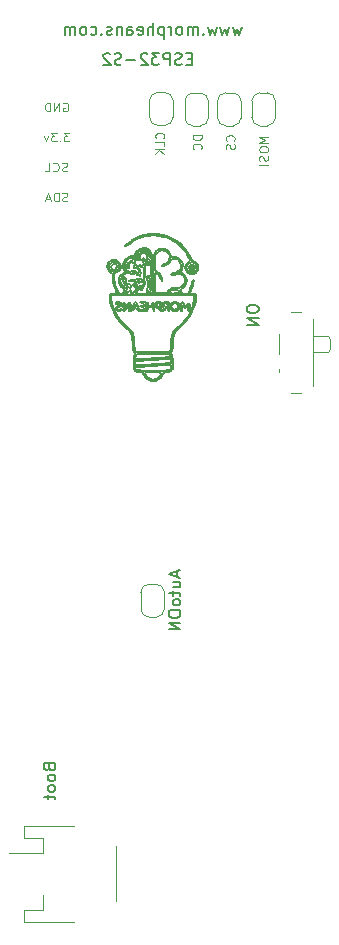
<source format=gbr>
%TF.GenerationSoftware,KiCad,Pcbnew,(5.1.6)-1*%
%TF.CreationDate,2020-07-20T18:07:10+02:00*%
%TF.ProjectId,ESP32-S2-WROOM,45535033-322d-4533-922d-57524f4f4d2e,rev?*%
%TF.SameCoordinates,Original*%
%TF.FileFunction,Legend,Bot*%
%TF.FilePolarity,Positive*%
%FSLAX46Y46*%
G04 Gerber Fmt 4.6, Leading zero omitted, Abs format (unit mm)*
G04 Created by KiCad (PCBNEW (5.1.6)-1) date 2020-07-20 18:07:10*
%MOMM*%
%LPD*%
G01*
G04 APERTURE LIST*
%ADD10C,0.100000*%
%ADD11C,0.150000*%
%ADD12C,0.200000*%
%ADD13C,0.120000*%
G04 APERTURE END LIST*
D10*
X89302714Y-60247571D02*
X89195571Y-60283285D01*
X89017000Y-60283285D01*
X88945571Y-60247571D01*
X88909857Y-60211857D01*
X88874142Y-60140428D01*
X88874142Y-60069000D01*
X88909857Y-59997571D01*
X88945571Y-59961857D01*
X89017000Y-59926142D01*
X89159857Y-59890428D01*
X89231285Y-59854714D01*
X89267000Y-59819000D01*
X89302714Y-59747571D01*
X89302714Y-59676142D01*
X89267000Y-59604714D01*
X89231285Y-59569000D01*
X89159857Y-59533285D01*
X88981285Y-59533285D01*
X88874142Y-59569000D01*
X88552714Y-60283285D02*
X88552714Y-59533285D01*
X88374142Y-59533285D01*
X88267000Y-59569000D01*
X88195571Y-59640428D01*
X88159857Y-59711857D01*
X88124142Y-59854714D01*
X88124142Y-59961857D01*
X88159857Y-60104714D01*
X88195571Y-60176142D01*
X88267000Y-60247571D01*
X88374142Y-60283285D01*
X88552714Y-60283285D01*
X87838428Y-60069000D02*
X87481285Y-60069000D01*
X87909857Y-60283285D02*
X87659857Y-59533285D01*
X87409857Y-60283285D01*
X89284857Y-57707571D02*
X89177714Y-57743285D01*
X88999142Y-57743285D01*
X88927714Y-57707571D01*
X88892000Y-57671857D01*
X88856285Y-57600428D01*
X88856285Y-57529000D01*
X88892000Y-57457571D01*
X88927714Y-57421857D01*
X88999142Y-57386142D01*
X89142000Y-57350428D01*
X89213428Y-57314714D01*
X89249142Y-57279000D01*
X89284857Y-57207571D01*
X89284857Y-57136142D01*
X89249142Y-57064714D01*
X89213428Y-57029000D01*
X89142000Y-56993285D01*
X88963428Y-56993285D01*
X88856285Y-57029000D01*
X88106285Y-57671857D02*
X88142000Y-57707571D01*
X88249142Y-57743285D01*
X88320571Y-57743285D01*
X88427714Y-57707571D01*
X88499142Y-57636142D01*
X88534857Y-57564714D01*
X88570571Y-57421857D01*
X88570571Y-57314714D01*
X88534857Y-57171857D01*
X88499142Y-57100428D01*
X88427714Y-57029000D01*
X88320571Y-56993285D01*
X88249142Y-56993285D01*
X88142000Y-57029000D01*
X88106285Y-57064714D01*
X87427714Y-57743285D02*
X87784857Y-57743285D01*
X87784857Y-56993285D01*
X89463428Y-54453285D02*
X88999142Y-54453285D01*
X89249142Y-54739000D01*
X89142000Y-54739000D01*
X89070571Y-54774714D01*
X89034857Y-54810428D01*
X88999142Y-54881857D01*
X88999142Y-55060428D01*
X89034857Y-55131857D01*
X89070571Y-55167571D01*
X89142000Y-55203285D01*
X89356285Y-55203285D01*
X89427714Y-55167571D01*
X89463428Y-55131857D01*
X88677714Y-55131857D02*
X88642000Y-55167571D01*
X88677714Y-55203285D01*
X88713428Y-55167571D01*
X88677714Y-55131857D01*
X88677714Y-55203285D01*
X88392000Y-54453285D02*
X87927714Y-54453285D01*
X88177714Y-54739000D01*
X88070571Y-54739000D01*
X87999142Y-54774714D01*
X87963428Y-54810428D01*
X87927714Y-54881857D01*
X87927714Y-55060428D01*
X87963428Y-55131857D01*
X87999142Y-55167571D01*
X88070571Y-55203285D01*
X88284857Y-55203285D01*
X88356285Y-55167571D01*
X88392000Y-55131857D01*
X87677714Y-54703285D02*
X87499142Y-55203285D01*
X87320571Y-54703285D01*
X88963428Y-51949000D02*
X89034857Y-51913285D01*
X89142000Y-51913285D01*
X89249142Y-51949000D01*
X89320571Y-52020428D01*
X89356285Y-52091857D01*
X89392000Y-52234714D01*
X89392000Y-52341857D01*
X89356285Y-52484714D01*
X89320571Y-52556142D01*
X89249142Y-52627571D01*
X89142000Y-52663285D01*
X89070571Y-52663285D01*
X88963428Y-52627571D01*
X88927714Y-52591857D01*
X88927714Y-52341857D01*
X89070571Y-52341857D01*
X88606285Y-52663285D02*
X88606285Y-51913285D01*
X88177714Y-52663285D01*
X88177714Y-51913285D01*
X87820571Y-52663285D02*
X87820571Y-51913285D01*
X87642000Y-51913285D01*
X87534857Y-51949000D01*
X87463428Y-52020428D01*
X87427714Y-52091857D01*
X87392000Y-52234714D01*
X87392000Y-52341857D01*
X87427714Y-52484714D01*
X87463428Y-52556142D01*
X87534857Y-52627571D01*
X87642000Y-52663285D01*
X87820571Y-52663285D01*
D11*
X104043809Y-45505714D02*
X103853333Y-46172380D01*
X103662857Y-45696190D01*
X103472380Y-46172380D01*
X103281904Y-45505714D01*
X102996190Y-45505714D02*
X102805714Y-46172380D01*
X102615238Y-45696190D01*
X102424761Y-46172380D01*
X102234285Y-45505714D01*
X101948571Y-45505714D02*
X101758095Y-46172380D01*
X101567619Y-45696190D01*
X101377142Y-46172380D01*
X101186666Y-45505714D01*
X100805714Y-46077142D02*
X100758095Y-46124761D01*
X100805714Y-46172380D01*
X100853333Y-46124761D01*
X100805714Y-46077142D01*
X100805714Y-46172380D01*
X100329523Y-46172380D02*
X100329523Y-45505714D01*
X100329523Y-45600952D02*
X100281904Y-45553333D01*
X100186666Y-45505714D01*
X100043809Y-45505714D01*
X99948571Y-45553333D01*
X99900952Y-45648571D01*
X99900952Y-46172380D01*
X99900952Y-45648571D02*
X99853333Y-45553333D01*
X99758095Y-45505714D01*
X99615238Y-45505714D01*
X99520000Y-45553333D01*
X99472380Y-45648571D01*
X99472380Y-46172380D01*
X98853333Y-46172380D02*
X98948571Y-46124761D01*
X98996190Y-46077142D01*
X99043809Y-45981904D01*
X99043809Y-45696190D01*
X98996190Y-45600952D01*
X98948571Y-45553333D01*
X98853333Y-45505714D01*
X98710476Y-45505714D01*
X98615238Y-45553333D01*
X98567619Y-45600952D01*
X98520000Y-45696190D01*
X98520000Y-45981904D01*
X98567619Y-46077142D01*
X98615238Y-46124761D01*
X98710476Y-46172380D01*
X98853333Y-46172380D01*
X98091428Y-46172380D02*
X98091428Y-45505714D01*
X98091428Y-45696190D02*
X98043809Y-45600952D01*
X97996190Y-45553333D01*
X97900952Y-45505714D01*
X97805714Y-45505714D01*
X97472380Y-45505714D02*
X97472380Y-46505714D01*
X97472380Y-45553333D02*
X97377142Y-45505714D01*
X97186666Y-45505714D01*
X97091428Y-45553333D01*
X97043809Y-45600952D01*
X96996190Y-45696190D01*
X96996190Y-45981904D01*
X97043809Y-46077142D01*
X97091428Y-46124761D01*
X97186666Y-46172380D01*
X97377142Y-46172380D01*
X97472380Y-46124761D01*
X96567619Y-46172380D02*
X96567619Y-45172380D01*
X96139047Y-46172380D02*
X96139047Y-45648571D01*
X96186666Y-45553333D01*
X96281904Y-45505714D01*
X96424761Y-45505714D01*
X96520000Y-45553333D01*
X96567619Y-45600952D01*
X95281904Y-46124761D02*
X95377142Y-46172380D01*
X95567619Y-46172380D01*
X95662857Y-46124761D01*
X95710476Y-46029523D01*
X95710476Y-45648571D01*
X95662857Y-45553333D01*
X95567619Y-45505714D01*
X95377142Y-45505714D01*
X95281904Y-45553333D01*
X95234285Y-45648571D01*
X95234285Y-45743809D01*
X95710476Y-45839047D01*
X94377142Y-46172380D02*
X94377142Y-45648571D01*
X94424761Y-45553333D01*
X94520000Y-45505714D01*
X94710476Y-45505714D01*
X94805714Y-45553333D01*
X94377142Y-46124761D02*
X94472380Y-46172380D01*
X94710476Y-46172380D01*
X94805714Y-46124761D01*
X94853333Y-46029523D01*
X94853333Y-45934285D01*
X94805714Y-45839047D01*
X94710476Y-45791428D01*
X94472380Y-45791428D01*
X94377142Y-45743809D01*
X93900952Y-45505714D02*
X93900952Y-46172380D01*
X93900952Y-45600952D02*
X93853333Y-45553333D01*
X93758095Y-45505714D01*
X93615238Y-45505714D01*
X93520000Y-45553333D01*
X93472380Y-45648571D01*
X93472380Y-46172380D01*
X93043809Y-46124761D02*
X92948571Y-46172380D01*
X92758095Y-46172380D01*
X92662857Y-46124761D01*
X92615238Y-46029523D01*
X92615238Y-45981904D01*
X92662857Y-45886666D01*
X92758095Y-45839047D01*
X92900952Y-45839047D01*
X92996190Y-45791428D01*
X93043809Y-45696190D01*
X93043809Y-45648571D01*
X92996190Y-45553333D01*
X92900952Y-45505714D01*
X92758095Y-45505714D01*
X92662857Y-45553333D01*
X92186666Y-46077142D02*
X92139047Y-46124761D01*
X92186666Y-46172380D01*
X92234285Y-46124761D01*
X92186666Y-46077142D01*
X92186666Y-46172380D01*
X91281904Y-46124761D02*
X91377142Y-46172380D01*
X91567619Y-46172380D01*
X91662857Y-46124761D01*
X91710476Y-46077142D01*
X91758095Y-45981904D01*
X91758095Y-45696190D01*
X91710476Y-45600952D01*
X91662857Y-45553333D01*
X91567619Y-45505714D01*
X91377142Y-45505714D01*
X91281904Y-45553333D01*
X90710476Y-46172380D02*
X90805714Y-46124761D01*
X90853333Y-46077142D01*
X90900952Y-45981904D01*
X90900952Y-45696190D01*
X90853333Y-45600952D01*
X90805714Y-45553333D01*
X90710476Y-45505714D01*
X90567619Y-45505714D01*
X90472380Y-45553333D01*
X90424761Y-45600952D01*
X90377142Y-45696190D01*
X90377142Y-45981904D01*
X90424761Y-46077142D01*
X90472380Y-46124761D01*
X90567619Y-46172380D01*
X90710476Y-46172380D01*
X89948571Y-46172380D02*
X89948571Y-45505714D01*
X89948571Y-45600952D02*
X89900952Y-45553333D01*
X89805714Y-45505714D01*
X89662857Y-45505714D01*
X89567619Y-45553333D01*
X89520000Y-45648571D01*
X89520000Y-46172380D01*
X89520000Y-45648571D02*
X89472380Y-45553333D01*
X89377142Y-45505714D01*
X89234285Y-45505714D01*
X89139047Y-45553333D01*
X89091428Y-45648571D01*
X89091428Y-46172380D01*
X99827885Y-48188571D02*
X99494552Y-48188571D01*
X99351695Y-48712380D02*
X99827885Y-48712380D01*
X99827885Y-47712380D01*
X99351695Y-47712380D01*
X98970742Y-48664761D02*
X98827885Y-48712380D01*
X98589790Y-48712380D01*
X98494552Y-48664761D01*
X98446933Y-48617142D01*
X98399314Y-48521904D01*
X98399314Y-48426666D01*
X98446933Y-48331428D01*
X98494552Y-48283809D01*
X98589790Y-48236190D01*
X98780266Y-48188571D01*
X98875504Y-48140952D01*
X98923123Y-48093333D01*
X98970742Y-47998095D01*
X98970742Y-47902857D01*
X98923123Y-47807619D01*
X98875504Y-47760000D01*
X98780266Y-47712380D01*
X98542171Y-47712380D01*
X98399314Y-47760000D01*
X97970742Y-48712380D02*
X97970742Y-47712380D01*
X97589790Y-47712380D01*
X97494552Y-47760000D01*
X97446933Y-47807619D01*
X97399314Y-47902857D01*
X97399314Y-48045714D01*
X97446933Y-48140952D01*
X97494552Y-48188571D01*
X97589790Y-48236190D01*
X97970742Y-48236190D01*
X97065980Y-47712380D02*
X96446933Y-47712380D01*
X96780266Y-48093333D01*
X96637409Y-48093333D01*
X96542171Y-48140952D01*
X96494552Y-48188571D01*
X96446933Y-48283809D01*
X96446933Y-48521904D01*
X96494552Y-48617142D01*
X96542171Y-48664761D01*
X96637409Y-48712380D01*
X96923123Y-48712380D01*
X97018361Y-48664761D01*
X97065980Y-48617142D01*
X96065980Y-47807619D02*
X96018361Y-47760000D01*
X95923123Y-47712380D01*
X95685028Y-47712380D01*
X95589790Y-47760000D01*
X95542171Y-47807619D01*
X95494552Y-47902857D01*
X95494552Y-47998095D01*
X95542171Y-48140952D01*
X96113600Y-48712380D01*
X95494552Y-48712380D01*
X95065980Y-48331428D02*
X94304076Y-48331428D01*
X93875504Y-48664761D02*
X93732647Y-48712380D01*
X93494552Y-48712380D01*
X93399314Y-48664761D01*
X93351695Y-48617142D01*
X93304076Y-48521904D01*
X93304076Y-48426666D01*
X93351695Y-48331428D01*
X93399314Y-48283809D01*
X93494552Y-48236190D01*
X93685028Y-48188571D01*
X93780266Y-48140952D01*
X93827885Y-48093333D01*
X93875504Y-47998095D01*
X93875504Y-47902857D01*
X93827885Y-47807619D01*
X93780266Y-47760000D01*
X93685028Y-47712380D01*
X93446933Y-47712380D01*
X93304076Y-47760000D01*
X92923123Y-47807619D02*
X92875504Y-47760000D01*
X92780266Y-47712380D01*
X92542171Y-47712380D01*
X92446933Y-47760000D01*
X92399314Y-47807619D01*
X92351695Y-47902857D01*
X92351695Y-47998095D01*
X92399314Y-48140952D01*
X92970742Y-48712380D01*
X92351695Y-48712380D01*
D12*
%TO.C,REF\u002A\u002A*%
X99854657Y-66461656D02*
X99979827Y-66432574D01*
X99183679Y-64411433D02*
X99306516Y-64578360D01*
X99306516Y-64578360D02*
X99432400Y-64772181D01*
X99432400Y-64772181D02*
X99546415Y-64966943D01*
X99546415Y-64966943D02*
X99644530Y-65160735D01*
X99644530Y-65160735D02*
X99682499Y-65279275D01*
X99634662Y-66279810D02*
X99483977Y-66146511D01*
X99483977Y-66146511D02*
X99441854Y-66070185D01*
X99473654Y-66320534D02*
X99659862Y-66411751D01*
X99659862Y-66411751D02*
X99854657Y-66461656D01*
X99580984Y-65379856D02*
X99414948Y-65514674D01*
X99414948Y-65514674D02*
X99312929Y-65697838D01*
X99312929Y-65697838D02*
X99277920Y-65903100D01*
X99277920Y-65903100D02*
X99312917Y-66104211D01*
X99312917Y-66104211D02*
X99420914Y-66274922D01*
X99420914Y-66274922D02*
X99473654Y-66320534D01*
X99716084Y-65965102D02*
X99716084Y-65965095D01*
X99846340Y-65748657D02*
X99958152Y-65918126D01*
X99958152Y-65918126D02*
X99944540Y-65968618D01*
X99716084Y-65965095D02*
X99765752Y-65764300D01*
X99765752Y-65764300D02*
X99846340Y-65748657D01*
X100004956Y-66084126D02*
X100004956Y-66084126D01*
X99837441Y-65625241D02*
X99649003Y-65699118D01*
X99649003Y-65699118D02*
X99579204Y-65898566D01*
X99634662Y-66279809D02*
X99634662Y-66279810D01*
X99682499Y-65279275D02*
X99580984Y-65379856D01*
X99441854Y-66070185D02*
X99382286Y-65875041D01*
X99382286Y-65875041D02*
X99403127Y-65776242D01*
X94445801Y-63947782D02*
X94658781Y-63780508D01*
X94658781Y-63780508D02*
X94886729Y-63631842D01*
X94886729Y-63631842D02*
X95127436Y-63502382D01*
X95127436Y-63502382D02*
X95378694Y-63392727D01*
X95378694Y-63392727D02*
X95638294Y-63303476D01*
X95638294Y-63303476D02*
X95904030Y-63235225D01*
X95904030Y-63235225D02*
X96173692Y-63188575D01*
X96173692Y-63188575D02*
X96445074Y-63164124D01*
X96445074Y-63164124D02*
X96715966Y-63162469D01*
X96715966Y-63162469D02*
X96984161Y-63184210D01*
X96984161Y-63184210D02*
X97160370Y-63211997D01*
X99403127Y-65776242D02*
X99514286Y-65584460D01*
X99514286Y-65584460D02*
X99687502Y-65473422D01*
X99687502Y-65473422D02*
X99888869Y-65450396D01*
X99888869Y-65450396D02*
X100084483Y-65522653D01*
X100084483Y-65522653D02*
X100180631Y-65609522D01*
X100180631Y-65609522D02*
X100263828Y-65800292D01*
X100263828Y-65800292D02*
X100252523Y-66017310D01*
X100252523Y-66017310D02*
X100156191Y-66203982D01*
X100156191Y-66203982D02*
X100069422Y-66273747D01*
X99979827Y-66432574D02*
X99979827Y-66432573D01*
X99837441Y-66155488D02*
X100004956Y-66084126D01*
X100004956Y-66084126D02*
X100100832Y-65892181D01*
X100100832Y-65892181D02*
X100023318Y-65701489D01*
X100023318Y-65701489D02*
X99837441Y-65625241D01*
X99944540Y-65968618D02*
X99740694Y-65986984D01*
X99740694Y-65986984D02*
X99716084Y-65965102D01*
X97160370Y-63211997D02*
X97392663Y-63263083D01*
X97392663Y-63263083D02*
X97615483Y-63326474D01*
X97615483Y-63326474D02*
X97829058Y-63402306D01*
X97829058Y-63402306D02*
X98033614Y-63490713D01*
X98033614Y-63490713D02*
X98229380Y-63591830D01*
X98229380Y-63591830D02*
X98416584Y-63705793D01*
X98416584Y-63705793D02*
X98595453Y-63832737D01*
X98595453Y-63832737D02*
X98766215Y-63972796D01*
X98766215Y-63972796D02*
X98929098Y-64126105D01*
X98929098Y-64126105D02*
X99084329Y-64292800D01*
X99084329Y-64292800D02*
X99183679Y-64411433D01*
X100069422Y-66273747D02*
X99862114Y-66324100D01*
X99862114Y-66324100D02*
X99662382Y-66290546D01*
X99662382Y-66290546D02*
X99634662Y-66279809D01*
X99579204Y-65898566D02*
X99668742Y-66084412D01*
X99668742Y-66084412D02*
X99837441Y-66155488D01*
X94218195Y-64074495D02*
X94405372Y-63981478D01*
X94405372Y-63981478D02*
X94445801Y-63947782D01*
X94262660Y-63947342D02*
X94218195Y-64074495D01*
X95091252Y-63386523D02*
X94905588Y-63484708D01*
X94905588Y-63484708D02*
X94725568Y-63591757D01*
X94725568Y-63591757D02*
X94558699Y-63702586D01*
X94558699Y-63702586D02*
X94390657Y-63829884D01*
X94390657Y-63829884D02*
X94262660Y-63947342D01*
X96600867Y-63052273D02*
X96373079Y-63055826D01*
X96373079Y-63055826D02*
X96167563Y-63067842D01*
X96167563Y-63067842D02*
X95933530Y-63096637D01*
X95933530Y-63096637D02*
X95714777Y-63142979D01*
X95714777Y-63142979D02*
X95500459Y-63209268D01*
X95500459Y-63209268D02*
X95279733Y-63297906D01*
X95279733Y-63297906D02*
X95091252Y-63386523D01*
X97424770Y-63140385D02*
X97210129Y-63091593D01*
X97210129Y-63091593D02*
X97010951Y-63064676D01*
X97010951Y-63064676D02*
X96801935Y-63054305D01*
X96801935Y-63054305D02*
X96600867Y-63052273D01*
X99737261Y-65069833D02*
X99609197Y-64814593D01*
X99609197Y-64814593D02*
X99457475Y-64570316D01*
X99457475Y-64570316D02*
X99283930Y-64338532D01*
X99283930Y-64338532D02*
X99090397Y-64120770D01*
X99090397Y-64120770D02*
X98878709Y-63918563D01*
X98878709Y-63918563D02*
X98650701Y-63733439D01*
X98650701Y-63733439D02*
X98408207Y-63566929D01*
X98408207Y-63566929D02*
X98153061Y-63420565D01*
X98153061Y-63420565D02*
X97887098Y-63295875D01*
X97887098Y-63295875D02*
X97612152Y-63194392D01*
X97612152Y-63194392D02*
X97424770Y-63140385D01*
X99923520Y-65313996D02*
X99783558Y-65167674D01*
X99783558Y-65167674D02*
X99737261Y-65069833D01*
X95275250Y-65122539D02*
X95275250Y-65122539D01*
X95309682Y-65156971D02*
X95275250Y-65122539D01*
X95344115Y-65122539D02*
X95309682Y-65156971D01*
X95275250Y-65122539D02*
X95309682Y-65088106D01*
X96136043Y-65156971D02*
X96136043Y-65156971D01*
X96170472Y-65191403D02*
X96136043Y-65156971D01*
X96170472Y-65122539D02*
X96204904Y-65156971D01*
X93444381Y-65972502D02*
X93444372Y-65972503D01*
X93039702Y-65961469D02*
X93222890Y-66055051D01*
X93222890Y-66055051D02*
X93422983Y-65992762D01*
X93422983Y-65992762D02*
X93444381Y-65972502D01*
X93444372Y-65972503D02*
X93515850Y-65782937D01*
X93515850Y-65782937D02*
X93428137Y-65620154D01*
X93640344Y-65605912D02*
X93690608Y-65829347D01*
X93690608Y-65829347D02*
X93627512Y-66028634D01*
X93627512Y-66028634D02*
X93481705Y-66176927D01*
X93481705Y-66176927D02*
X93283836Y-66247379D01*
X93283836Y-66247379D02*
X93064555Y-66213142D01*
X93064555Y-66213142D02*
X92992001Y-66173826D01*
X92992095Y-66173826D02*
X92866174Y-66011071D01*
X92866174Y-66011071D02*
X92844923Y-65963321D01*
X94896497Y-66310433D02*
X94896502Y-66310430D01*
X94948152Y-66258783D02*
X94976839Y-66339123D01*
X96109502Y-66747282D02*
X96109502Y-66747281D01*
X95068660Y-67324132D02*
X95034231Y-67360596D01*
X96132468Y-67832439D02*
X96188759Y-67875340D01*
X94896502Y-66310430D02*
X94948152Y-66258783D01*
X96150389Y-66706394D02*
X96204904Y-66760910D01*
X95034231Y-67360596D02*
X94999799Y-67345412D01*
X96280656Y-67698025D02*
X96280656Y-67698025D01*
X96349517Y-67739343D02*
X96280656Y-67698025D01*
X94311702Y-65721268D02*
X94305261Y-65926068D01*
X94305261Y-65926068D02*
X94318195Y-65942028D01*
X94552085Y-65741723D02*
X94555654Y-65531250D01*
X94555654Y-65531250D02*
X94750882Y-65444897D01*
X94750882Y-65444897D02*
X94823103Y-65464919D01*
X96377069Y-67291732D02*
X96373732Y-67504636D01*
X96373732Y-67504636D02*
X96358967Y-67712067D01*
X96358967Y-67712067D02*
X96349517Y-67739343D01*
X96280656Y-67698025D02*
X96243496Y-67485983D01*
X96243496Y-67485983D02*
X96239337Y-67291732D01*
X94553857Y-65911343D02*
X94552085Y-65741723D01*
X94554002Y-65911358D02*
X94553857Y-65911343D01*
X94996813Y-65468544D02*
X95051560Y-65271929D01*
X95051560Y-65271929D02*
X94931294Y-65191418D01*
X96132436Y-67832437D02*
X96132468Y-67832439D01*
X96239337Y-67291732D02*
X96244623Y-67076405D01*
X96244623Y-67076405D02*
X96286372Y-66878524D01*
X96286372Y-66878524D02*
X96349517Y-66844121D01*
X96130663Y-67890958D02*
X96132436Y-67832437D01*
X94423605Y-65533615D02*
X94322817Y-65707757D01*
X94322817Y-65707757D02*
X94311702Y-65721268D01*
X94931294Y-65191418D02*
X94737096Y-65262513D01*
X94737096Y-65262513D02*
X94688553Y-65286105D01*
X95260490Y-66548992D02*
X95459671Y-66572809D01*
X95459671Y-66572809D02*
X95482529Y-66550633D01*
X96349517Y-66844121D02*
X96373067Y-67060083D01*
X96373067Y-67060083D02*
X96377032Y-67268787D01*
X96377032Y-67268787D02*
X96377069Y-67291732D01*
X94318195Y-65942028D02*
X94522075Y-65949229D01*
X94522075Y-65949229D02*
X94554002Y-65911358D01*
X95309682Y-65088106D02*
X95344115Y-65122539D01*
X96109502Y-66747281D02*
X96150389Y-66706394D01*
X92844923Y-65963321D02*
X92810352Y-65762266D01*
X92810352Y-65762266D02*
X92847013Y-65653314D01*
X94999799Y-67345412D02*
X95034231Y-67308948D01*
X96188759Y-67875340D02*
X96130663Y-67890958D01*
X100355805Y-66103685D02*
X100398167Y-65906226D01*
X100398167Y-65906226D02*
X100367710Y-65690262D01*
X100367710Y-65690262D02*
X100260170Y-65506143D01*
X100260170Y-65506143D02*
X100084935Y-65371018D01*
X100084935Y-65371018D02*
X99923520Y-65313996D01*
X99979827Y-66432573D02*
X100171752Y-66344923D01*
X100171752Y-66344923D02*
X100312429Y-66192304D01*
X100312429Y-66192304D02*
X100355805Y-66103685D01*
X96136043Y-65156971D02*
X96170472Y-65122539D01*
X94999799Y-67345412D02*
X94999799Y-67345412D01*
X95034231Y-67308948D02*
X95068660Y-67324132D01*
X94823103Y-65464919D02*
X94996813Y-65468544D01*
X95482529Y-66550633D02*
X95482534Y-66550617D01*
X96204904Y-65156971D02*
X96170472Y-65191403D01*
X93428137Y-65620154D02*
X93238245Y-65540982D01*
X93238245Y-65540982D02*
X93068984Y-65636364D01*
X94688553Y-65286105D02*
X94516077Y-65399891D01*
X94516077Y-65399891D02*
X94423605Y-65533615D01*
X93068984Y-65636364D02*
X92972835Y-65816381D01*
X92972835Y-65816381D02*
X93039702Y-65961469D01*
X92992001Y-66173826D02*
X92992095Y-66173826D01*
X92847013Y-65653314D02*
X92956957Y-65482388D01*
X92956957Y-65482388D02*
X93140780Y-65375530D01*
X93140780Y-65375530D02*
X93347114Y-65370576D01*
X93347114Y-65370576D02*
X93536778Y-65469868D01*
X93536778Y-65469868D02*
X93640344Y-65605912D01*
X96204904Y-66760910D02*
X96109502Y-66747282D01*
X94976839Y-66339123D02*
X94896497Y-66310433D01*
X95717483Y-65308591D02*
X95719255Y-65250069D01*
X95275236Y-66310430D02*
X95227440Y-66506078D01*
X95227440Y-66506078D02*
X95260490Y-66548992D01*
X95275313Y-66008456D02*
X95338699Y-66200069D01*
X95338699Y-66200069D02*
X95275236Y-66310430D01*
X95072119Y-65939028D02*
X95264632Y-65995232D01*
X95264632Y-65995232D02*
X95275313Y-66008456D01*
X94897980Y-65882813D02*
X95072119Y-65939028D01*
X95102291Y-65646509D02*
X94902570Y-65695588D01*
X94902570Y-65695588D02*
X94897980Y-65882813D01*
X95171948Y-65713570D02*
X95102291Y-65646509D01*
X95308730Y-65868838D02*
X95173531Y-65718670D01*
X95173531Y-65718670D02*
X95171948Y-65713570D01*
X95485797Y-66249341D02*
X95442201Y-66051445D01*
X95442201Y-66051445D02*
X95319819Y-65879589D01*
X95319819Y-65879589D02*
X95308730Y-65868838D01*
X95719288Y-65250067D02*
X95775579Y-65292968D01*
X95482534Y-66550617D02*
X95500330Y-66346888D01*
X95500330Y-66346888D02*
X95485797Y-66249341D01*
X95719255Y-65250069D02*
X95719288Y-65250067D01*
X95775579Y-65292968D02*
X95717483Y-65308591D01*
X95826156Y-66844111D02*
X95892343Y-66654186D01*
X95892343Y-66654186D02*
X95894895Y-66427088D01*
X95894895Y-66427088D02*
X95895021Y-66290941D01*
X95757295Y-65889092D02*
X95757295Y-66366601D01*
X95614830Y-65869981D02*
X95757295Y-65889092D01*
X95402148Y-65704921D02*
X95542390Y-65855467D01*
X95542390Y-65855467D02*
X95614830Y-65869981D01*
X95510312Y-65704688D02*
X95402148Y-65704921D01*
X95763190Y-65685324D02*
X95564152Y-65728250D01*
X95564152Y-65728250D02*
X95510312Y-65704688D01*
X95860064Y-65147774D02*
X95700644Y-65106846D01*
X94813602Y-66947415D02*
X94603666Y-66953743D01*
X94603666Y-66953743D02*
X94517754Y-66999063D01*
X95555096Y-67415840D02*
X95361165Y-67477105D01*
X95361165Y-67477105D02*
X95362652Y-67621854D01*
X95326897Y-67050711D02*
X95275250Y-66999063D01*
X95931690Y-65669264D02*
X95949938Y-65468213D01*
X95949938Y-65468213D02*
X95910549Y-65255767D01*
X95910549Y-65255767D02*
X95860064Y-65147774D01*
X94119769Y-66878553D02*
X94104577Y-66844121D01*
X94434742Y-67515538D02*
X94628046Y-67581466D01*
X94628046Y-67581466D02*
X94670289Y-67547509D01*
X95533487Y-67532753D02*
X95562174Y-67613093D01*
X95275250Y-66999063D02*
X95326897Y-66947415D01*
X94466986Y-67291262D02*
X94273577Y-67234837D01*
X94273577Y-67234837D02*
X94221290Y-67146666D01*
X95378547Y-66999063D02*
X95326897Y-67050711D01*
X94670289Y-67547509D02*
X94670237Y-67547510D01*
X95481840Y-67584400D02*
X95533487Y-67532753D01*
X95602352Y-65261095D02*
X95713509Y-65432424D01*
X95817551Y-67469313D02*
X95897381Y-67264080D01*
X95897381Y-67264080D02*
X95835324Y-67051161D01*
X95835324Y-67051161D02*
X95666209Y-66904365D01*
X95666209Y-66904365D02*
X95538816Y-66878552D01*
X95895021Y-66290951D02*
X95897098Y-66088887D01*
X95897098Y-66088887D02*
X95905269Y-65873183D01*
X95905269Y-65873183D02*
X95929687Y-65673670D01*
X95929687Y-65673670D02*
X95931690Y-65669264D01*
X95720364Y-67107000D02*
X95787588Y-67295665D01*
X95787588Y-67295665D02*
X95615492Y-67413676D01*
X95615492Y-67413676D02*
X95555096Y-67415840D01*
X95467792Y-67102357D02*
X95661638Y-67048329D01*
X95661638Y-67048329D02*
X95720364Y-67107000D01*
X95700644Y-65106846D02*
X95602352Y-65261095D01*
X95362652Y-67621854D02*
X95517266Y-67751549D01*
X95517266Y-67751549D02*
X95588762Y-67748689D01*
X95588762Y-67748689D02*
X95588762Y-67748690D01*
X94324132Y-67429459D02*
X94434742Y-67515538D01*
X94670237Y-67547510D02*
X94700118Y-67339232D01*
X94700118Y-67339232D02*
X94501079Y-67276372D01*
X94501079Y-67276372D02*
X94466986Y-67291262D01*
X94221290Y-67146666D02*
X94240769Y-66958749D01*
X94866339Y-67054381D02*
X95072311Y-67062608D01*
X95072311Y-67062608D02*
X95190169Y-67120674D01*
X94104577Y-66844121D02*
X94104577Y-66844121D01*
X94156233Y-66844121D02*
X94119769Y-66878553D01*
X95275250Y-66999063D02*
X95275250Y-66999063D01*
X94141041Y-66809688D02*
X94156233Y-66844121D01*
X94104577Y-66844121D02*
X94141041Y-66809688D01*
X94517754Y-66999063D02*
X94724814Y-67055024D01*
X94724814Y-67055024D02*
X94866339Y-67054381D01*
X94243740Y-66724865D02*
X94038484Y-66703816D01*
X94038484Y-66703816D02*
X93988160Y-66759918D01*
X95196994Y-66878552D02*
X94995988Y-66942869D01*
X94995988Y-66942869D02*
X94813602Y-66947415D01*
X94240769Y-66958749D02*
X94277457Y-66759114D01*
X94277457Y-66759114D02*
X94243740Y-66724865D01*
X95562174Y-67613093D02*
X95481832Y-67584403D01*
X95190169Y-67120674D02*
X95390283Y-67171784D01*
X95390283Y-67171784D02*
X95467792Y-67102357D01*
X95538816Y-66878552D02*
X95430193Y-66844120D01*
X95895021Y-66290941D02*
X95895021Y-66290951D01*
X95757295Y-66366601D02*
X95758031Y-66579461D01*
X95758031Y-66579461D02*
X95768928Y-66786890D01*
X95768928Y-66786890D02*
X95826156Y-66844111D01*
X95430193Y-66844120D02*
X95223759Y-66859216D01*
X95223759Y-66859216D02*
X95196994Y-66878552D01*
X95481832Y-67584403D02*
X95481840Y-67584400D01*
X94202582Y-67345343D02*
X94324132Y-67429459D01*
X95326897Y-66947415D02*
X95378547Y-66999063D01*
X95713509Y-65432424D02*
X95818236Y-65607862D01*
X95818236Y-65607862D02*
X95763190Y-65685324D01*
X93988160Y-66759918D02*
X94014954Y-66959337D01*
X94014954Y-66959337D02*
X94091927Y-67164758D01*
X94091927Y-67164758D02*
X94202582Y-67345343D01*
X95692059Y-67644932D02*
X95809409Y-67478378D01*
X95809409Y-67478378D02*
X95817551Y-67469313D01*
X95588762Y-67748690D02*
X95692059Y-67644932D01*
X95757342Y-68083649D02*
X95553917Y-68082883D01*
X95553917Y-68082883D02*
X95346909Y-68078740D01*
X95346909Y-68078740D02*
X95148096Y-68053374D01*
X95148096Y-68053374D02*
X95137572Y-68038583D01*
X96291034Y-67980354D02*
X96377113Y-68014786D01*
X96011231Y-67926903D02*
X96198896Y-68018557D01*
X96198896Y-68018557D02*
X96291034Y-67980354D01*
X96027643Y-67738923D02*
X96011231Y-67926903D01*
X96101648Y-67275901D02*
X96098416Y-67488566D01*
X96098416Y-67488566D02*
X96058501Y-67690885D01*
X96058501Y-67690885D02*
X96027643Y-67738923D01*
X96072755Y-66912974D02*
X96098790Y-67118918D01*
X96098790Y-67118918D02*
X96101648Y-67275901D01*
X96314143Y-66625641D02*
X96116141Y-66572224D01*
X96116141Y-66572224D02*
X95988168Y-66680968D01*
X95988168Y-66680968D02*
X96031525Y-66879345D01*
X96031525Y-66879345D02*
X96072755Y-66912974D01*
X96377113Y-65954225D02*
X96376904Y-66187308D01*
X96376904Y-66187308D02*
X96375355Y-66399702D01*
X96375355Y-66399702D02*
X96365037Y-66602628D01*
X96365037Y-66602628D02*
X96314143Y-66625641D01*
X96346896Y-65225824D02*
X96368238Y-65439791D01*
X96368238Y-65439791D02*
X96374729Y-65671400D01*
X96374729Y-65671400D02*
X96376956Y-65880024D01*
X96376956Y-65880024D02*
X96377113Y-65954225D01*
X96232841Y-65502321D02*
X96269588Y-65296283D01*
X96269588Y-65296283D02*
X96346896Y-65225824D01*
X96048380Y-65258900D02*
X96105509Y-65452596D01*
X96105509Y-65452596D02*
X96108635Y-65495530D01*
X96050761Y-65018589D02*
X96018639Y-65221314D01*
X96018639Y-65221314D02*
X96048380Y-65258900D01*
X95800820Y-64653903D02*
X95981710Y-64748856D01*
X95981710Y-64748856D02*
X96085343Y-64928594D01*
X96085343Y-64928594D02*
X96050761Y-65018589D01*
X95202976Y-64998564D02*
X95159855Y-65201187D01*
X95159855Y-65201187D02*
X95263911Y-65282017D01*
X95275272Y-64860847D02*
X95202976Y-64998564D01*
X96204927Y-64876714D02*
X96098937Y-64696694D01*
X96098937Y-64696694D02*
X95931509Y-64564030D01*
X95931509Y-64564030D02*
X95861831Y-64533500D01*
X95723647Y-64365040D02*
X95943165Y-64407086D01*
X95943165Y-64407086D02*
X96133948Y-64521965D01*
X96133948Y-64521965D02*
X96279489Y-64692787D01*
X96279489Y-64692787D02*
X96363280Y-64902661D01*
X96363280Y-64902661D02*
X96377084Y-65033623D01*
X95008426Y-65104273D02*
X95103114Y-64983241D01*
X94735915Y-65074437D02*
X94941845Y-65091332D01*
X94941845Y-65091332D02*
X95008426Y-65104273D01*
X94204562Y-65976800D02*
X94141278Y-65785012D01*
X94141278Y-65785012D02*
X94146271Y-65566012D01*
X94146271Y-65566012D02*
X94229659Y-65362988D01*
X94229659Y-65362988D02*
X94363589Y-65211392D01*
X94363589Y-65211392D02*
X94411882Y-65174185D01*
X95137525Y-68038592D02*
X95188078Y-67926690D01*
X94565958Y-66262346D02*
X94379666Y-66185366D01*
X94379666Y-66185366D02*
X94236244Y-66033670D01*
X94236244Y-66033670D02*
X94204562Y-65976800D01*
X95109378Y-66379292D02*
X95095926Y-66178932D01*
X95095926Y-66178932D02*
X94885351Y-66137444D01*
X94885351Y-66137444D02*
X94782548Y-66209845D01*
X94950944Y-66465371D02*
X95109378Y-66379292D01*
X94970009Y-67185953D02*
X94885153Y-67372070D01*
X94885153Y-67372070D02*
X95036833Y-67498321D01*
X94827648Y-67997580D02*
X94653473Y-68083659D01*
X93841232Y-67233120D02*
X93794235Y-67033326D01*
X93794235Y-67033326D02*
X93811960Y-66831429D01*
X93811960Y-66831429D02*
X93891128Y-66646021D01*
X93891128Y-66646021D02*
X93960453Y-66556985D01*
X94276304Y-67601494D02*
X94081210Y-67504689D01*
X94081210Y-67504689D02*
X93923799Y-67362007D01*
X93923799Y-67362007D02*
X93841232Y-67233120D01*
X94658090Y-67958630D02*
X94715408Y-67814693D01*
X98356279Y-67739345D02*
X98562832Y-67759602D01*
X98562832Y-67759602D02*
X98756139Y-67844898D01*
X98756139Y-67844898D02*
X98836638Y-67941512D01*
X94938698Y-67910973D02*
X94827648Y-67997580D01*
X95055420Y-67885150D02*
X94938698Y-67910973D01*
X96704164Y-68066447D02*
X96694929Y-67225217D01*
X94522429Y-66379705D02*
X94729209Y-66407584D01*
X94729209Y-66407584D02*
X94812670Y-66434542D01*
X93960453Y-66556985D02*
X94116834Y-66425123D01*
X94116834Y-66425123D02*
X94310547Y-66372589D01*
X94310547Y-66372589D02*
X94522429Y-66379705D01*
X94377777Y-67723532D02*
X94276304Y-67601494D01*
X97797368Y-68075538D02*
X96704164Y-68066447D01*
X94715408Y-67814693D02*
X94523541Y-67885604D01*
X94523541Y-67885604D02*
X94378403Y-68017873D01*
X94378403Y-68017873D02*
X94187435Y-68086059D01*
X94187435Y-68086059D02*
X94139028Y-68054393D01*
X94812670Y-66434542D02*
X94950944Y-66465371D01*
X94653473Y-68083659D02*
X94658090Y-67958630D01*
X96291005Y-65019244D02*
X96204927Y-64876714D01*
X95137572Y-68038583D02*
X95137525Y-68038592D01*
X96377113Y-68014786D02*
X96165541Y-68081033D01*
X96165541Y-68081033D02*
X95955321Y-68083409D01*
X95955321Y-68083409D02*
X95757342Y-68083649D01*
X96108635Y-65495530D02*
X96160254Y-65689314D01*
X96160254Y-65689314D02*
X96170523Y-65690651D01*
X95036833Y-67498321D02*
X95128859Y-67681612D01*
X95128859Y-67681612D02*
X95065182Y-67877781D01*
X95065182Y-67877781D02*
X95055420Y-67885150D01*
X95188078Y-67926690D02*
X95237848Y-67728187D01*
X95237848Y-67728187D02*
X95226572Y-67510739D01*
X95226572Y-67510739D02*
X95218208Y-67435519D01*
X95449841Y-64816956D02*
X95600020Y-64673371D01*
X95600020Y-64673371D02*
X95800820Y-64653903D01*
X94782548Y-66209845D02*
X94587893Y-66268148D01*
X94587893Y-66268148D02*
X94565958Y-66262346D01*
X98890572Y-68065219D02*
X98672656Y-68075001D01*
X98672656Y-68075001D02*
X98450376Y-68077099D01*
X98450376Y-68077099D02*
X98221838Y-68077536D01*
X98221838Y-68077536D02*
X98016969Y-68076968D01*
X98016969Y-68076968D02*
X97797368Y-68075538D01*
X95435363Y-65005041D02*
X95449841Y-64816956D01*
X95861831Y-64533500D02*
X95657956Y-64521123D01*
X95657956Y-64521123D02*
X95608510Y-64535167D01*
X98836638Y-67941512D02*
X98890572Y-68065219D01*
X96170523Y-65690651D02*
X96232841Y-65502321D01*
X94411882Y-65174185D02*
X94591582Y-65084352D01*
X94591582Y-65084352D02*
X94735915Y-65074437D01*
X95218208Y-67435519D02*
X95153436Y-67234367D01*
X95153436Y-67234367D02*
X94970009Y-67185953D01*
X95263911Y-65282017D02*
X95454809Y-65219910D01*
X95454809Y-65219910D02*
X95444566Y-65019996D01*
X95444566Y-65019996D02*
X95435363Y-65005041D01*
X94139028Y-68054393D02*
X94250282Y-67872326D01*
X94250282Y-67872326D02*
X94377777Y-67723532D01*
X95608510Y-64535167D02*
X95433893Y-64646615D01*
X95433893Y-64646615D02*
X95295192Y-64803983D01*
X95295192Y-64803983D02*
X95275272Y-64860847D01*
X96377084Y-65033623D02*
X96291005Y-65019244D01*
X95103114Y-64983241D02*
X95143669Y-64781005D01*
X95143669Y-64781005D02*
X95253169Y-64600710D01*
X95253169Y-64600710D02*
X95413367Y-64460534D01*
X95413367Y-64460534D02*
X95606015Y-64378656D01*
X95606015Y-64378656D02*
X95723647Y-64365040D01*
X97912460Y-67907978D02*
X98084586Y-67784674D01*
X98084586Y-67784674D02*
X98283027Y-67741745D01*
X98283027Y-67741745D02*
X98356279Y-67739345D01*
X97800639Y-67980366D02*
X97912460Y-67907978D01*
X98162216Y-67621000D02*
X97974201Y-67704430D01*
X97974201Y-67704430D02*
X97810468Y-67844677D01*
X97810468Y-67844677D02*
X97800639Y-67980366D01*
X98547690Y-67607551D02*
X98340546Y-67608374D01*
X98340546Y-67608374D02*
X98162216Y-67621000D01*
X98944245Y-67537153D02*
X98749329Y-67602978D01*
X98749329Y-67602978D02*
X98547690Y-67607551D01*
X98869776Y-66395328D02*
X99066291Y-66508055D01*
X99066291Y-66508055D02*
X99196569Y-66679410D01*
X99196569Y-66679410D02*
X99259085Y-66886006D01*
X99259085Y-66886006D02*
X99252314Y-67104455D01*
X99252314Y-67104455D02*
X99174731Y-67311372D01*
X99174731Y-67311372D02*
X99024809Y-67483370D01*
X99024809Y-67483370D02*
X98944245Y-67537153D01*
X98604561Y-66424196D02*
X98802821Y-66377521D01*
X98802821Y-66377521D02*
X98869776Y-66395328D01*
X98139160Y-66504810D02*
X98341442Y-66499574D01*
X98341442Y-66499574D02*
X98538519Y-66451923D01*
X98538519Y-66451923D02*
X98604561Y-66424196D01*
X98070636Y-66440233D02*
X98139160Y-66504810D01*
X98258166Y-66374298D02*
X98070636Y-66440233D01*
X98875451Y-65483774D02*
X98924997Y-65684305D01*
X98924997Y-65684305D02*
X98900153Y-65913574D01*
X98900153Y-65913574D02*
X98794760Y-66113976D01*
X98794760Y-66113976D02*
X98620900Y-66268081D01*
X98620900Y-66268081D02*
X98432432Y-66348559D01*
X98432432Y-66348559D02*
X98258166Y-66374298D01*
X98429806Y-65118767D02*
X98622778Y-65194846D01*
X98622778Y-65194846D02*
X98784421Y-65327240D01*
X98784421Y-65327240D02*
X98875451Y-65483774D01*
X97674354Y-65670490D02*
X97842358Y-65551695D01*
X97842358Y-65551695D02*
X97969157Y-65384433D01*
X97969157Y-65384433D02*
X98034678Y-65256626D01*
X97487045Y-65604582D02*
X97295488Y-65675386D01*
X97295488Y-65675386D02*
X97290569Y-65709604D01*
X97304870Y-64399667D02*
X97525314Y-64438895D01*
X97525314Y-64438895D02*
X97716862Y-64545192D01*
X97716862Y-64545192D02*
X97862962Y-64702971D01*
X97862962Y-64702971D02*
X97947064Y-64896649D01*
X97947064Y-64896649D02*
X97960918Y-65017442D01*
X96692659Y-65461584D02*
X96697657Y-65234795D01*
X96697657Y-65234795D02*
X96706876Y-65016845D01*
X96706876Y-65016845D02*
X96741546Y-64813286D01*
X96741546Y-64813286D02*
X96788037Y-64717857D01*
X97180970Y-66465428D02*
X97021934Y-66331279D01*
X97021934Y-66331279D02*
X96838906Y-66237202D01*
X96838906Y-66237202D02*
X96775055Y-66224351D01*
X97206169Y-66841929D02*
X97284131Y-67006764D01*
X97096738Y-66563907D02*
X97182607Y-66755057D01*
X97182607Y-66755057D02*
X97206169Y-66841929D01*
X96694929Y-67225217D02*
X96693584Y-67013510D01*
X96693584Y-67013510D02*
X96694596Y-66783875D01*
X96694596Y-66783875D02*
X96699033Y-66564357D01*
X96699033Y-66564357D02*
X96713526Y-66360529D01*
X96713526Y-66360529D02*
X96716657Y-66353028D01*
X93618594Y-69121327D02*
X93419429Y-69201698D01*
X93419429Y-69201698D02*
X93374918Y-69404166D01*
X93374918Y-69404166D02*
X93447726Y-69498005D01*
X93807660Y-68952111D02*
X93667871Y-69109325D01*
X93667871Y-69109325D02*
X93618594Y-69121327D01*
X93520698Y-68925476D02*
X93720654Y-68893879D01*
X93720654Y-68893879D02*
X93807660Y-68952111D01*
X93880769Y-69357631D02*
X93829122Y-69392915D01*
X94640762Y-69552929D02*
X94640761Y-69552918D01*
X94965372Y-69207831D02*
X94965367Y-69207826D01*
X94856010Y-69461272D02*
X95004576Y-69324675D01*
X95004576Y-69324675D02*
X95061123Y-69323546D01*
X96716657Y-66353028D02*
X96922189Y-66414651D01*
X96922189Y-66414651D02*
X97079200Y-66541697D01*
X97079200Y-66541697D02*
X97096738Y-66563907D01*
X93447726Y-69498005D02*
X93624744Y-69593490D01*
X93624744Y-69593490D02*
X93760258Y-69574225D01*
X93381510Y-68929188D02*
X93520698Y-68925476D01*
X94381416Y-69028473D02*
X94262210Y-69193797D01*
X94262210Y-69193797D02*
X94172390Y-69288767D01*
X94723456Y-69555609D02*
X94856010Y-69461272D01*
X94172390Y-69288767D02*
X94139677Y-69082910D01*
X94139677Y-69082910D02*
X94139005Y-69030530D01*
X93673101Y-69219904D02*
X93864571Y-69152446D01*
X93864571Y-69152446D02*
X93928356Y-68949645D01*
X93928356Y-68949645D02*
X93863555Y-68841157D01*
X93760258Y-69574225D02*
X93915271Y-69446522D01*
X93915271Y-69446522D02*
X93880769Y-69357631D01*
X94548165Y-69280159D02*
X94546420Y-69483574D01*
X94546420Y-69483574D02*
X94548061Y-69555612D01*
X94522844Y-69047746D02*
X94548436Y-69256483D01*
X94548436Y-69256483D02*
X94548165Y-69280159D01*
X94307553Y-69322944D02*
X94424401Y-69158558D01*
X94424401Y-69158558D02*
X94522844Y-69047746D01*
X94139005Y-69030530D02*
X94130046Y-68830565D01*
X94130046Y-68830565D02*
X94086265Y-68772293D01*
X95124801Y-69142433D02*
X95055466Y-69219904D01*
X94965367Y-69207826D02*
X95003168Y-69087315D01*
X94043227Y-69174055D02*
X94053175Y-69386925D01*
X94053175Y-69386925D02*
X94085523Y-69585885D01*
X94085523Y-69585885D02*
X94087358Y-69586980D01*
X94086265Y-68772293D02*
X94040152Y-68966960D01*
X94040152Y-68966960D02*
X94043227Y-69174055D01*
X95929443Y-69598649D02*
X95929453Y-69185471D01*
X95625377Y-69598649D02*
X95929443Y-69598649D01*
X94597664Y-68781643D02*
X94452819Y-68928468D01*
X94452819Y-68928468D02*
X94381416Y-69028473D01*
X94087358Y-69586980D02*
X94232709Y-69428917D01*
X94232709Y-69428917D02*
X94307553Y-69322944D01*
X93863555Y-68841157D02*
X93656145Y-68775176D01*
X93656145Y-68775176D02*
X93453150Y-68826527D01*
X93453150Y-68826527D02*
X93381510Y-68929188D01*
X93570004Y-69460591D02*
X93501684Y-69268759D01*
X93501684Y-69268759D02*
X93673101Y-69219904D01*
X95103563Y-69021922D02*
X95124801Y-69142433D01*
X94548061Y-69555612D02*
X94640762Y-69552929D01*
X94640761Y-69552918D02*
X94654906Y-69335737D01*
X94654906Y-69335737D02*
X94646165Y-69104181D01*
X94646165Y-69104181D02*
X94626955Y-68894928D01*
X94626955Y-68894928D02*
X94597664Y-68781643D01*
X95055466Y-69219904D02*
X94965372Y-69207831D01*
X95061123Y-69323546D02*
X95227797Y-69383451D01*
X95227797Y-69383451D02*
X95321212Y-69565328D01*
X95321212Y-69565328D02*
X95542160Y-69598408D01*
X95542160Y-69598408D02*
X95625377Y-69598649D01*
X98034678Y-65256626D02*
X98185881Y-65114382D01*
X98185881Y-65114382D02*
X98395140Y-65109887D01*
X98395140Y-65109887D02*
X98429806Y-65118767D01*
X97290569Y-65709604D02*
X97493775Y-65730624D01*
X97493775Y-65730624D02*
X97674354Y-65670490D01*
X97960918Y-65017442D02*
X97916538Y-65219442D01*
X97916538Y-65219442D02*
X97803082Y-65409020D01*
X97803082Y-65409020D02*
X97650076Y-65549594D01*
X97650076Y-65549594D02*
X97487045Y-65604582D01*
X96788037Y-64717857D02*
X96930936Y-64560720D01*
X96930936Y-64560720D02*
X97111215Y-64449731D01*
X97111215Y-64449731D02*
X97304870Y-64399667D01*
X96775055Y-66224351D02*
X96694661Y-66038301D01*
X96694661Y-66038301D02*
X96688653Y-65812127D01*
X96688653Y-65812127D02*
X96690650Y-65575892D01*
X96690650Y-65575892D02*
X96692659Y-65461584D01*
X97284131Y-67006764D02*
X97328728Y-66807340D01*
X97328728Y-66807340D02*
X97262541Y-66596009D01*
X97262541Y-66596009D02*
X97180970Y-66465428D01*
X93829122Y-69392915D02*
X93639734Y-69473540D01*
X93639734Y-69473540D02*
X93570004Y-69460591D01*
X95003168Y-69087315D02*
X95103563Y-69021922D01*
X93760258Y-69574225D02*
X93760258Y-69574225D01*
X95062856Y-68779777D02*
X94943366Y-68961051D01*
X94943366Y-68961051D02*
X94868477Y-69141309D01*
X95436421Y-69480509D02*
X95316010Y-69312629D01*
X95316010Y-69312629D02*
X95248360Y-69144801D01*
X95830510Y-69460924D02*
X95658987Y-69460924D01*
X95819726Y-69349021D02*
X95830510Y-69460924D01*
X95628170Y-69226712D02*
X95814540Y-69305207D01*
X95814540Y-69305207D02*
X95819726Y-69349021D01*
X95447403Y-69166456D02*
X95628170Y-69226712D01*
X95638959Y-69116608D02*
X95447403Y-69166456D01*
X95830515Y-69116608D02*
X95638959Y-69116608D01*
X95819731Y-69004705D02*
X95830515Y-69116608D01*
X95628175Y-68882395D02*
X95814545Y-68960890D01*
X95814545Y-68960890D02*
X95819731Y-69004705D01*
X95447408Y-68822139D02*
X95628175Y-68882395D01*
X95688430Y-68772292D02*
X95484905Y-68785767D01*
X95484905Y-68785767D02*
X95447408Y-68822139D01*
X95929453Y-69185471D02*
X95929453Y-68772292D01*
X96597610Y-69569447D02*
X96597638Y-69569448D01*
X96497561Y-69237118D02*
X96507956Y-69417884D01*
X96153245Y-69237118D02*
X96325403Y-69237118D01*
X96142850Y-69417884D02*
X96153245Y-69237118D01*
X96082594Y-69598650D02*
X96142850Y-69417884D01*
X96032746Y-69185470D02*
X96034807Y-69392491D01*
X96034807Y-69392491D02*
X96065731Y-69592408D01*
X96065731Y-69592408D02*
X96082594Y-69598650D01*
X96499052Y-68944636D02*
X96497571Y-69099392D01*
X96084393Y-68772291D02*
X96034763Y-68975652D01*
X96034763Y-68975652D02*
X96032746Y-69185470D01*
X97264953Y-69148712D02*
X97255071Y-68789507D01*
X97771546Y-68892803D02*
X97781554Y-69219583D01*
X96136040Y-68946248D02*
X96084393Y-68772291D01*
X96497571Y-69099392D02*
X96316807Y-69109798D01*
X97034081Y-68875586D02*
X97134559Y-69027660D01*
X96597638Y-69569448D02*
X96612896Y-69358153D01*
X96612896Y-69358153D02*
X96615330Y-69154042D01*
X96850498Y-69161463D02*
X96850498Y-69161463D01*
X97648771Y-69185470D02*
X97464051Y-69100435D01*
X97464051Y-69100435D02*
X97444446Y-69033532D01*
X97134559Y-69027660D02*
X97091519Y-69196243D01*
X96850498Y-69161463D02*
X96824674Y-69032181D01*
X97256326Y-69556147D02*
X97256325Y-69556147D01*
X97141160Y-69450839D02*
X97256326Y-69556147D01*
X97444446Y-69033532D02*
X97576678Y-68882844D01*
X97576678Y-68882844D02*
X97657394Y-68881844D01*
X97003433Y-69304483D02*
X97141160Y-69450839D01*
X97691954Y-68772290D02*
X97488559Y-68796572D01*
X97488559Y-68796572D02*
X97416502Y-68842494D01*
X97781554Y-69219583D02*
X97793403Y-69432396D01*
X97793403Y-69432396D02*
X97868527Y-69576271D01*
X96736807Y-69170357D02*
X96901879Y-69286138D01*
X96901879Y-69286138D02*
X97003433Y-69304483D01*
X97255071Y-68789507D02*
X97058757Y-68779231D01*
X97378769Y-69475252D02*
X97366974Y-69597020D01*
X97892052Y-68772290D02*
X97691954Y-68772290D01*
X97427471Y-69206059D02*
X97440654Y-69413828D01*
X97440654Y-69413828D02*
X97378769Y-69475252D01*
X94868477Y-69141309D02*
X94793098Y-69339698D01*
X94793098Y-69339698D02*
X94727851Y-69533144D01*
X94727851Y-69533144D02*
X94723456Y-69555609D01*
X97657394Y-68881844D02*
X97771546Y-68892803D01*
X95248360Y-69144801D02*
X95170403Y-68959514D01*
X95170403Y-68959514D02*
X95071800Y-68785366D01*
X95071800Y-68785366D02*
X95062856Y-68779777D01*
X95658987Y-69460924D02*
X95459300Y-69474702D01*
X95459300Y-69474702D02*
X95436421Y-69480509D01*
X96507956Y-69417884D02*
X96597610Y-69569447D01*
X96136040Y-69120204D02*
X96136040Y-68946248D01*
X97416502Y-68842494D02*
X97342991Y-69031552D01*
X97342991Y-69031552D02*
X97427471Y-69206059D01*
X96557756Y-68778859D02*
X96499052Y-68944636D01*
X96792788Y-68838611D02*
X96698411Y-69025600D01*
X96698411Y-69025600D02*
X96736807Y-69170357D01*
X97719898Y-69207425D02*
X97648771Y-69185470D01*
X96325403Y-69237118D02*
X96497561Y-69237118D01*
X96824674Y-69032181D02*
X96964712Y-68878157D01*
X96964712Y-68878157D02*
X97034081Y-68875586D01*
X97058757Y-68779231D02*
X96853467Y-68795242D01*
X96853467Y-68795242D02*
X96792788Y-68838611D01*
X95929453Y-68772292D02*
X95688430Y-68772292D01*
X96615330Y-69154042D02*
X96613323Y-68950035D01*
X96613323Y-68950035D02*
X96557756Y-68778859D01*
X97091519Y-69196243D02*
X96888757Y-69177028D01*
X96888757Y-69177028D02*
X96850498Y-69161463D01*
X97256325Y-69556147D02*
X97267375Y-69341615D01*
X97267375Y-69341615D02*
X97264953Y-69148712D01*
X97366974Y-69597020D02*
X97532562Y-69456434D01*
X97532562Y-69456434D02*
X97672217Y-69292213D01*
X97672217Y-69292213D02*
X97719898Y-69207425D01*
X97868526Y-69576268D02*
X97888633Y-69367883D01*
X97888633Y-69367883D02*
X97892052Y-69162515D01*
X97892052Y-69162515D02*
X97892052Y-68772290D01*
X96316807Y-69109798D02*
X96136040Y-69120204D01*
X97868527Y-69576271D02*
X97868526Y-69576268D01*
X98292843Y-69447942D02*
X98292843Y-69447942D01*
X98546655Y-69431085D02*
X98346905Y-69470884D01*
X98346905Y-69470884D02*
X98292843Y-69447942D01*
X98668943Y-69030099D02*
X98706745Y-69231534D01*
X98706745Y-69231534D02*
X98588847Y-69405073D01*
X98588847Y-69405073D02*
X98546655Y-69431085D01*
X98110627Y-69107982D02*
X98225575Y-68933464D01*
X98225575Y-68933464D02*
X98431116Y-68874167D01*
X98431116Y-68874167D02*
X98626529Y-68969406D01*
X98626529Y-68969406D02*
X98668943Y-69030099D01*
X98292843Y-69447942D02*
X98142195Y-69305084D01*
X98142195Y-69305084D02*
X98110627Y-69107982D01*
X98618635Y-69520055D02*
X98618635Y-69520055D01*
X98073854Y-69395074D02*
X98223525Y-69545266D01*
X98223525Y-69545266D02*
X98432758Y-69593267D01*
X98432758Y-69593267D02*
X98618635Y-69520055D01*
X98437609Y-68772290D02*
X98226288Y-68816387D01*
X98226288Y-68816387D02*
X98061215Y-68953772D01*
X98061215Y-68953772D02*
X97997742Y-69149585D01*
X97997742Y-69149585D02*
X98056811Y-69367973D01*
X98056811Y-69367973D02*
X98073854Y-69395074D01*
X98807860Y-69066118D02*
X98704007Y-68892190D01*
X98704007Y-68892190D02*
X98527555Y-68785873D01*
X98527555Y-68785873D02*
X98437609Y-68772290D01*
X98618635Y-69520055D02*
X98756977Y-69360064D01*
X98756977Y-69360064D02*
X98816000Y-69155148D01*
X98816000Y-69155148D02*
X98807860Y-69066118D01*
X99648078Y-69185469D02*
X99648067Y-69185469D01*
X99596431Y-69598649D02*
X99646060Y-69395286D01*
X99646060Y-69395286D02*
X99648078Y-69185469D01*
X99544110Y-69314588D02*
X99550976Y-69515637D01*
X99550976Y-69515637D02*
X99596431Y-69598649D01*
X99420732Y-69176862D02*
X99543424Y-69030527D01*
X99274592Y-69323196D02*
X99420732Y-69176862D01*
X99166024Y-69185469D02*
X99274592Y-69323196D01*
X99028298Y-69323196D02*
X99036939Y-69119521D01*
X99036939Y-69119521D02*
X99054601Y-69047743D01*
X98925003Y-69185469D02*
X98927020Y-69395286D01*
X98927020Y-69395286D02*
X98958899Y-69592817D01*
X98958899Y-69592817D02*
X98976650Y-69598649D01*
X99428785Y-68961663D02*
X99311637Y-69128094D01*
X99311637Y-69128094D02*
X99290377Y-69151038D01*
X97952996Y-73041810D02*
X96528839Y-73041810D01*
X100071087Y-68221382D02*
X100051609Y-68488227D01*
X96273769Y-74093760D02*
X96055141Y-74109354D01*
X96055141Y-74109354D02*
X95844423Y-74123984D01*
X95844423Y-74123984D02*
X95625433Y-74138706D01*
X95625433Y-74138706D02*
X95417234Y-74151850D01*
X95417234Y-74151850D02*
X95361329Y-74154924D01*
X98015355Y-72947123D02*
X97952996Y-73041810D01*
X95146132Y-73656498D02*
X95034229Y-73513131D01*
X98257835Y-71385797D02*
X98182346Y-71588260D01*
X98182346Y-71588260D02*
X98136317Y-71784801D01*
X98136317Y-71784801D02*
X98106229Y-72016249D01*
X98106229Y-72016249D02*
X98091139Y-72254581D01*
X98091139Y-72254581D02*
X98085701Y-72439257D01*
X98681526Y-70900949D02*
X98526231Y-71034142D01*
X98526231Y-71034142D02*
X98383433Y-71177201D01*
X98383433Y-71177201D02*
X98272713Y-71353508D01*
X98272713Y-71353508D02*
X98257835Y-71385797D01*
X97984522Y-73288835D02*
X97952308Y-73467100D01*
X99648067Y-69185469D02*
X99644311Y-68959533D01*
X99644311Y-68959533D02*
X99428785Y-68961663D01*
X96979617Y-73665384D02*
X97179905Y-73650422D01*
X97179905Y-73650422D02*
X97394356Y-73634968D01*
X97394356Y-73634968D02*
X97597267Y-73620844D01*
X97597267Y-73620844D02*
X97762936Y-73609872D01*
X99147278Y-68961663D02*
X99018305Y-68796922D01*
X99018305Y-68796922D02*
X98927377Y-68990946D01*
X98927377Y-68990946D02*
X98925003Y-69185469D01*
X93018916Y-68591750D02*
X92988704Y-68387878D01*
X92988704Y-68387878D02*
X92968344Y-68238826D01*
X95104680Y-73041810D02*
X95045282Y-72951139D01*
X96528839Y-73041810D02*
X95104680Y-73041810D01*
X95993441Y-73730101D02*
X96205400Y-73717552D01*
X96205400Y-73717552D02*
X96438050Y-73702884D01*
X96438050Y-73702884D02*
X96669712Y-73687518D01*
X96669712Y-73687518D02*
X96878709Y-73672877D01*
X96878709Y-73672877D02*
X96979617Y-73665384D01*
X100051609Y-68488227D02*
X100020522Y-68724399D01*
X100020522Y-68724399D02*
X99975932Y-68926668D01*
X99975932Y-68926668D02*
X99915725Y-69135573D01*
X99915725Y-69135573D02*
X99841668Y-69346304D01*
X99841668Y-69346304D02*
X99755527Y-69554048D01*
X99755527Y-69554048D02*
X99659068Y-69753995D01*
X99659068Y-69753995D02*
X99554056Y-69941333D01*
X99554056Y-69941333D02*
X99470748Y-70070668D01*
X95034231Y-73993131D02*
X95034231Y-73993129D01*
X98098644Y-73776003D02*
X98098644Y-73963444D01*
X95094483Y-74171547D02*
X95034231Y-73993131D01*
X95034231Y-73993129D02*
X95034231Y-73808202D01*
X97323933Y-74023276D02*
X97105121Y-74036736D01*
X97105121Y-74036736D02*
X96873416Y-74051997D01*
X96873416Y-74051997D02*
X96651218Y-74067124D01*
X96651218Y-74067124D02*
X96422586Y-74083108D01*
X96422586Y-74083108D02*
X96273769Y-74093760D01*
X96519721Y-68221382D02*
X100071087Y-68221382D01*
X94259529Y-70797857D02*
X94075085Y-70635115D01*
X94075085Y-70635115D02*
X93904138Y-70462186D01*
X93904138Y-70462186D02*
X93746896Y-70279439D01*
X93746896Y-70279439D02*
X93603566Y-70087244D01*
X93603566Y-70087244D02*
X93474357Y-69885969D01*
X93474357Y-69885969D02*
X93359475Y-69675984D01*
X93359475Y-69675984D02*
X93259129Y-69457659D01*
X93259129Y-69457659D02*
X93173527Y-69231363D01*
X93173527Y-69231363D02*
X93102876Y-68997466D01*
X93102876Y-68997466D02*
X93047385Y-68756337D01*
X93047385Y-68756337D02*
X93018916Y-68591750D01*
X95104433Y-73289325D02*
X95306406Y-73225380D01*
X95306406Y-73225380D02*
X95506398Y-73218018D01*
X95506398Y-73218018D02*
X95751571Y-73215187D01*
X95751571Y-73215187D02*
X95996051Y-73214274D01*
X95996051Y-73214274D02*
X96300270Y-73213991D01*
X96300270Y-73213991D02*
X96539736Y-73213970D01*
X98098644Y-73963444D02*
X97883446Y-73983644D01*
X97883446Y-73983644D02*
X97667885Y-74000924D01*
X97667885Y-74000924D02*
X97455118Y-74015381D01*
X97455118Y-74015381D02*
X97323933Y-74023276D01*
X98085701Y-72439257D02*
X98079043Y-72647828D01*
X98079043Y-72647828D02*
X98055313Y-72851742D01*
X98055313Y-72851742D02*
X98015355Y-72947123D01*
X92968344Y-68238826D02*
X93184750Y-68232844D01*
X93184750Y-68232844D02*
X93398610Y-68230528D01*
X93398610Y-68230528D02*
X93676262Y-68228406D01*
X93676262Y-68228406D02*
X93893768Y-68227112D01*
X93893768Y-68227112D02*
X94135075Y-68225927D01*
X94135075Y-68225927D02*
X94398361Y-68224859D01*
X94398361Y-68224859D02*
X94681806Y-68223916D01*
X94681806Y-68223916D02*
X94983589Y-68223108D01*
X94983589Y-68223108D02*
X95301888Y-68222444D01*
X95301888Y-68222444D02*
X95634884Y-68221933D01*
X95634884Y-68221933D02*
X95980755Y-68221583D01*
X95980755Y-68221583D02*
X96337681Y-68221404D01*
X96337681Y-68221404D02*
X96519721Y-68221382D01*
X97952308Y-73467100D02*
X97703255Y-73493309D01*
X97703255Y-73493309D02*
X97488094Y-73510904D01*
X97488094Y-73510904D02*
X97227352Y-73530491D01*
X97227352Y-73530491D02*
X96932163Y-73551318D01*
X96932163Y-73551318D02*
X96721730Y-73565521D01*
X96721730Y-73565521D02*
X96504234Y-73579718D01*
X96504234Y-73579718D02*
X96282972Y-73593688D01*
X96282972Y-73593688D02*
X96061244Y-73607207D01*
X96061244Y-73607207D02*
X95842347Y-73620053D01*
X95842347Y-73620053D02*
X95629581Y-73632003D01*
X95629581Y-73632003D02*
X95426243Y-73642834D01*
X95426243Y-73642834D02*
X95146132Y-73656498D01*
X98098644Y-73588563D02*
X98098644Y-73776003D01*
X95045282Y-72951139D02*
X94990555Y-72746562D01*
X94990555Y-72746562D02*
X94971967Y-72521291D01*
X94971967Y-72521291D02*
X94960880Y-72305546D01*
X95034231Y-73513131D02*
X95083755Y-73314963D01*
X95083755Y-73314963D02*
X95104433Y-73289325D01*
X95244554Y-73784408D02*
X95454239Y-73765898D01*
X95454239Y-73765898D02*
X95656818Y-73751208D01*
X95656818Y-73751208D02*
X95880961Y-73736715D01*
X95880961Y-73736715D02*
X95993441Y-73730101D01*
X95034231Y-73808202D02*
X95244554Y-73784408D01*
X96539736Y-73213970D02*
X96778256Y-73213994D01*
X96778256Y-73213994D02*
X96987374Y-73214140D01*
X96987374Y-73214140D02*
X97250439Y-73214818D01*
X97250439Y-73214818D02*
X97458968Y-73216371D01*
X97458968Y-73216371D02*
X97664222Y-73220427D01*
X97664222Y-73220427D02*
X97869650Y-73235387D01*
X97869650Y-73235387D02*
X97984522Y-73288835D01*
X97762936Y-73609872D02*
X98098644Y-73588563D01*
X95146538Y-74562362D02*
X95146538Y-74562361D01*
X99543424Y-69030527D02*
X99544110Y-69314588D01*
X94960880Y-72305546D02*
X94948737Y-72076075D01*
X94948737Y-72076075D02*
X94926455Y-71822471D01*
X94926455Y-71822471D02*
X94891599Y-71616638D01*
X94891599Y-71616638D02*
X94821017Y-71406471D01*
X94821017Y-71406471D02*
X94709262Y-71224669D01*
X94709262Y-71224669D02*
X94544372Y-71045523D01*
X94544372Y-71045523D02*
X94366167Y-70886843D01*
X94366167Y-70886843D02*
X94259529Y-70797857D01*
X99054601Y-69047743D02*
X99166024Y-69185469D01*
X95361329Y-74154924D02*
X95155686Y-74166709D01*
X95155686Y-74166709D02*
X95094483Y-74171547D01*
X98976650Y-69598649D02*
X99027785Y-69398739D01*
X99027785Y-69398739D02*
X99028298Y-69323196D01*
X99290377Y-69151038D02*
X99167218Y-68990403D01*
X99167218Y-68990403D02*
X99147278Y-68961663D01*
X99470748Y-70070668D02*
X99339484Y-70246055D01*
X99339484Y-70246055D02*
X99206960Y-70400817D01*
X99206960Y-70400817D02*
X99057412Y-70558146D01*
X99057412Y-70558146D02*
X98892212Y-70716597D01*
X98892212Y-70716597D02*
X98712731Y-70874726D01*
X98712731Y-70874726D02*
X98681526Y-70900949D01*
X95034229Y-73513131D02*
X95034231Y-73513131D01*
X96545661Y-74606396D02*
X96288064Y-74605689D01*
X96288064Y-74605689D02*
X96060705Y-74604405D01*
X96060705Y-74604405D02*
X95802153Y-74601714D01*
X95802153Y-74601714D02*
X95591497Y-74597809D01*
X95591497Y-74597809D02*
X95390435Y-74591058D01*
X95390435Y-74591058D02*
X95183073Y-74573045D01*
X95183073Y-74573045D02*
X95146538Y-74562362D01*
X97960949Y-74551752D02*
X97758277Y-74593558D01*
X97758277Y-74593558D02*
X97534713Y-74602190D01*
X97534713Y-74602190D02*
X97314097Y-74605205D01*
X97314097Y-74605205D02*
X97103360Y-74606325D01*
X97103360Y-74606325D02*
X96848737Y-74606663D01*
X96848737Y-74606663D02*
X96545661Y-74606396D01*
X96204904Y-75266921D02*
X96204904Y-75266921D01*
X98098644Y-74188894D02*
X98072198Y-74395546D01*
X98072198Y-74395546D02*
X97960949Y-74551752D01*
X96837475Y-75438001D02*
X96837500Y-75438000D01*
X98098644Y-74105045D02*
X98098644Y-74188894D01*
X97676857Y-74126992D02*
X98098644Y-74105045D01*
X96404035Y-74215145D02*
X96629411Y-74197956D01*
X96629411Y-74197956D02*
X96859928Y-74180996D01*
X96859928Y-74180996D02*
X97085389Y-74164971D01*
X97085389Y-74164971D02*
X97295599Y-74150588D01*
X97295599Y-74150588D02*
X97513360Y-74136489D01*
X97513360Y-74136489D02*
X97676857Y-74126992D01*
X95050236Y-74317739D02*
X95252318Y-74282500D01*
X95252318Y-74282500D02*
X95312861Y-74281350D01*
X95146538Y-74562361D02*
X95039225Y-74393348D01*
X95039225Y-74393348D02*
X95050236Y-74317739D01*
X96783492Y-75317788D02*
X96584551Y-75362003D01*
X96584551Y-75362003D02*
X96379239Y-75337542D01*
X96379239Y-75337542D02*
X96204904Y-75266921D01*
X97216437Y-74956348D02*
X97090400Y-75131515D01*
X97090400Y-75131515D02*
X96923204Y-75257109D01*
X96923204Y-75257109D02*
X96783492Y-75317788D01*
X96541868Y-74736853D02*
X96742123Y-74734474D01*
X96742123Y-74734474D02*
X96951491Y-74734285D01*
X96951491Y-74734285D02*
X97157122Y-74745301D01*
X97157122Y-74745301D02*
X97227386Y-74935845D01*
X97227386Y-74935845D02*
X97216437Y-74956348D01*
X95936682Y-75022841D02*
X95835233Y-74848176D01*
X95835233Y-74848176D02*
X96044746Y-74749168D01*
X96044746Y-74749168D02*
X96278661Y-74740790D01*
X96278661Y-74740790D02*
X96541868Y-74736853D01*
X95752869Y-74948587D02*
X95861462Y-75136343D01*
X95861462Y-75136343D02*
X95998179Y-75284244D01*
X95998179Y-75284244D02*
X96178608Y-75398384D01*
X96178608Y-75398384D02*
X96196481Y-75406146D01*
X95380409Y-74723833D02*
X95656647Y-74736374D01*
X94902589Y-73983068D02*
X94907399Y-74197382D01*
X94907399Y-74197382D02*
X94917874Y-74413776D01*
X94917874Y-74413776D02*
X95000322Y-74607517D01*
X95000322Y-74607517D02*
X95008933Y-74616144D01*
X95022316Y-73104702D02*
X95003755Y-73217630D01*
X94165122Y-70875247D02*
X94358834Y-71040635D01*
X94358834Y-71040635D02*
X94508530Y-71182912D01*
X94508530Y-71182912D02*
X94643110Y-71348200D01*
X94643110Y-71348200D02*
X94743387Y-71561878D01*
X94743387Y-71561878D02*
X94790014Y-71782720D01*
X94790014Y-71782720D02*
X94811778Y-72005802D01*
X94811778Y-72005802D02*
X94823069Y-72208777D01*
X94823069Y-72208777D02*
X94826387Y-72284319D01*
X92888897Y-68421127D02*
X92903646Y-68635750D01*
X92903646Y-68635750D02*
X92939052Y-68857735D01*
X92939052Y-68857735D02*
X92994976Y-69086544D01*
X92994976Y-69086544D02*
X93057152Y-69282044D01*
X93057152Y-69282044D02*
X93133399Y-69481598D01*
X93133399Y-69481598D02*
X93204473Y-69643953D01*
X93144103Y-66724490D02*
X93164687Y-66939621D01*
X93164687Y-66939621D02*
X93199799Y-67159438D01*
X93199799Y-67159438D02*
X93247733Y-67376564D01*
X93247733Y-67376564D02*
X93306785Y-67583626D01*
X93306785Y-67583626D02*
X93375249Y-67773246D01*
X93375249Y-67773246D02*
X93399868Y-67831303D01*
X93575478Y-67920107D02*
X93490010Y-67724188D01*
X93490010Y-67724188D02*
X93421933Y-67527654D01*
X93421933Y-67527654D02*
X93361940Y-67316352D01*
X93361940Y-67316352D02*
X93313162Y-67101301D01*
X93313162Y-67101301D02*
X93278727Y-66893522D01*
X93278727Y-66893522D02*
X93274602Y-66860374D01*
X98320280Y-64990243D02*
X98117917Y-64970476D01*
X98117917Y-64970476D02*
X98064213Y-64916137D01*
X93751652Y-67328560D02*
X93865871Y-67502164D01*
X93865871Y-67502164D02*
X94028246Y-67631385D01*
X94028246Y-67631385D02*
X94120418Y-67687769D01*
X94085622Y-66308956D02*
X93913209Y-66437602D01*
X93913209Y-66437602D02*
X93780686Y-66591610D01*
X93780686Y-66591610D02*
X93693880Y-66764210D01*
X93274602Y-66860374D02*
X93254600Y-66648100D01*
X93254600Y-66648100D02*
X93262598Y-66442847D01*
X93262598Y-66442847D02*
X93349445Y-66362076D01*
X94001280Y-65686699D02*
X94036675Y-65896600D01*
X94036675Y-65896600D02*
X94107898Y-66085365D01*
X94107898Y-66085365D02*
X94170590Y-66170941D01*
X94970213Y-64933163D02*
X94778177Y-64938815D01*
X98963490Y-66087971D02*
X99033716Y-65894772D01*
X99033716Y-65894772D02*
X99052753Y-65778087D01*
X98064213Y-64916137D02*
X98003034Y-64712195D01*
X98003034Y-64712195D02*
X97885026Y-64533298D01*
X97885026Y-64533298D02*
X97741049Y-64401906D01*
X93131104Y-65258492D02*
X92924653Y-65341193D01*
X92924653Y-65341193D02*
X92768968Y-65497323D01*
X92768968Y-65497323D02*
X92700412Y-65689333D01*
X92700412Y-65689333D02*
X92693009Y-65788751D01*
X93703141Y-66155709D02*
X93808214Y-65957779D01*
X93808214Y-65957779D02*
X93820843Y-65749198D01*
X93820843Y-65749198D02*
X93754953Y-65551808D01*
X93754953Y-65551808D02*
X93624469Y-65387453D01*
X93624469Y-65387453D02*
X93443319Y-65277976D01*
X93443319Y-65277976D02*
X93225428Y-65245220D01*
X93225428Y-65245220D02*
X93131104Y-65258492D01*
X96583652Y-66442718D02*
X96583330Y-66720711D01*
X96583330Y-66720711D02*
X96582373Y-66974296D01*
X96582373Y-66974296D02*
X96580792Y-67202914D01*
X96580792Y-67202914D02*
X96578599Y-67406007D01*
X96578599Y-67406007D02*
X96574745Y-67636127D01*
X96574745Y-67636127D02*
X96568469Y-67856553D01*
X96568469Y-67856553D02*
X96553258Y-68057277D01*
X96553258Y-68057277D02*
X96549220Y-68066441D01*
X93349445Y-66362076D02*
X93539463Y-66296528D01*
X93539463Y-66296528D02*
X93693598Y-66166786D01*
X93693598Y-66166786D02*
X93703141Y-66155709D01*
X94085250Y-67902967D02*
X93969575Y-68068359D01*
X93969575Y-68068359D02*
X93824814Y-68083657D01*
X95031991Y-64750540D02*
X94970213Y-64933163D01*
X96819402Y-64480741D02*
X96680314Y-64636050D01*
X96680314Y-64636050D02*
X96616369Y-64839363D01*
X96616369Y-64839363D02*
X96594337Y-65101019D01*
X96594337Y-65101019D02*
X96587766Y-65327957D01*
X96587766Y-65327957D02*
X96584638Y-65620207D01*
X96584638Y-65620207D02*
X96583840Y-65856520D01*
X96583840Y-65856520D02*
X96583636Y-66129651D01*
X96583636Y-66129651D02*
X96583652Y-66442718D01*
X95458453Y-64294710D02*
X95274604Y-64397969D01*
X95274604Y-64397969D02*
X95129871Y-64548007D01*
X95129871Y-64548007D02*
X95039316Y-64729570D01*
X95039316Y-64729570D02*
X95031991Y-64750540D01*
X96413600Y-64674926D02*
X96282955Y-64485279D01*
X96282955Y-64485279D02*
X96120091Y-64346333D01*
X96120091Y-64346333D02*
X95933881Y-64261620D01*
X95933881Y-64261620D02*
X95733200Y-64234673D01*
X95733200Y-64234673D02*
X95526922Y-64269026D01*
X95526922Y-64269026D02*
X95458453Y-64294710D01*
X97741049Y-64401906D02*
X97535582Y-64312401D01*
X97535582Y-64312401D02*
X97319072Y-64283806D01*
X97319072Y-64283806D02*
X97106921Y-64314802D01*
X97106921Y-64314802D02*
X96914535Y-64404072D01*
X96914535Y-64404072D02*
X96819402Y-64480741D01*
X95312861Y-74281350D02*
X95530188Y-74273328D01*
X95530188Y-74273328D02*
X95732449Y-74261902D01*
X95732449Y-74261902D02*
X95970147Y-74246635D01*
X95970147Y-74246635D02*
X96184402Y-74231640D01*
X96184402Y-74231640D02*
X96404035Y-74215145D01*
X96204904Y-75266921D02*
X96035573Y-75143798D01*
X96035573Y-75143798D02*
X95936682Y-75022841D01*
X95008933Y-74616144D02*
X95188938Y-74709228D01*
X95188938Y-74709228D02*
X95380409Y-74723833D01*
X94170590Y-66170941D02*
X94085622Y-66308956D01*
X95003755Y-73217630D02*
X94911071Y-73399577D01*
X94911071Y-73399577D02*
X94898105Y-73625981D01*
X94898105Y-73625981D02*
X94899664Y-73828014D01*
X94899664Y-73828014D02*
X94902589Y-73983068D01*
X93399868Y-67831303D02*
X93476397Y-68020695D01*
X93476397Y-68020695D02*
X93484806Y-68052170D01*
X93204473Y-69643953D02*
X93315743Y-69865920D01*
X93315743Y-69865920D02*
X93438020Y-70072607D01*
X93438020Y-70072607D02*
X93573605Y-70266963D01*
X93573605Y-70266963D02*
X93724800Y-70451938D01*
X93724800Y-70451938D02*
X93893905Y-70630480D01*
X93893905Y-70630480D02*
X94043630Y-70770663D01*
X94043630Y-70770663D02*
X94165122Y-70875247D01*
X93054411Y-66345324D02*
X93130862Y-66544476D01*
X93130862Y-66544476D02*
X93144103Y-66724490D01*
X96500320Y-66413723D02*
X96494451Y-64829869D01*
X94120418Y-67687769D02*
X94093070Y-67887854D01*
X94093070Y-67887854D02*
X94085250Y-67902967D01*
X92882253Y-68100876D02*
X92888897Y-68421127D01*
X94778177Y-64938815D02*
X94542974Y-64977432D01*
X94542974Y-64977432D02*
X94338863Y-65072797D01*
X94338863Y-65072797D02*
X94175052Y-65216044D01*
X94175052Y-65216044D02*
X94060750Y-65398308D01*
X94060750Y-65398308D02*
X94005167Y-65610725D01*
X94005167Y-65610725D02*
X94001280Y-65686699D01*
X96494451Y-64829869D02*
X96413600Y-64674926D01*
X92693009Y-65788751D02*
X92717569Y-65990074D01*
X92717569Y-65990074D02*
X92823984Y-66180023D01*
X92823984Y-66180023D02*
X92984488Y-66306358D01*
X92984488Y-66306358D02*
X93054411Y-66345324D01*
X93693880Y-66764210D02*
X93660037Y-66966199D01*
X93660037Y-66966199D02*
X93686466Y-67169035D01*
X93686466Y-67169035D02*
X93751652Y-67328560D01*
X96549220Y-68066441D02*
X96508238Y-67840418D01*
X96508238Y-67840418D02*
X96505421Y-67598042D01*
X96505421Y-67598042D02*
X96503865Y-67338450D01*
X96503865Y-67338450D02*
X96502929Y-67122859D01*
X96502929Y-67122859D02*
X96501975Y-66869835D01*
X96501975Y-66869835D02*
X96500916Y-66576457D01*
X96500916Y-66576457D02*
X96500320Y-66413723D01*
X99052753Y-65778087D02*
X99046078Y-65577532D01*
X99046078Y-65577532D02*
X98969863Y-65398606D01*
X96196481Y-75406146D02*
X96391829Y-75457507D01*
X96391829Y-75457507D02*
X96591680Y-75472551D01*
X96591680Y-75472551D02*
X96806953Y-75447844D01*
X96806953Y-75447844D02*
X96837475Y-75438001D01*
X95656647Y-74736374D02*
X95752869Y-74948587D01*
X93183528Y-68090925D02*
X92882253Y-68100876D01*
X98969863Y-65398606D02*
X98851585Y-65218506D01*
X98851585Y-65218506D02*
X98691824Y-65083375D01*
X98691824Y-65083375D02*
X98488271Y-65009935D01*
X98488271Y-65009935D02*
X98320280Y-64990243D01*
X94826387Y-72284319D02*
X94836429Y-72484770D01*
X94836429Y-72484770D02*
X94852218Y-72685236D01*
X94852218Y-72685236D02*
X94883700Y-72886346D01*
X94883700Y-72886346D02*
X94976704Y-73072106D01*
X94976704Y-73072106D02*
X95022316Y-73104702D01*
X93824814Y-68083657D02*
X93631036Y-68021903D01*
X93631036Y-68021903D02*
X93575478Y-67920107D01*
X93484806Y-68052170D02*
X93286841Y-68085757D01*
X93286841Y-68085757D02*
X93183528Y-68090925D01*
X98890701Y-66227993D02*
X98963490Y-66087971D01*
X99048875Y-66348503D02*
X98890701Y-66227993D01*
X98951003Y-67904577D02*
X98887716Y-67712876D01*
X98887716Y-67712876D02*
X98899356Y-67701770D01*
X99262983Y-67414461D02*
X99365271Y-67202895D01*
X99365271Y-67202895D02*
X99398517Y-66980281D01*
X99398517Y-66980281D02*
X99365694Y-66761422D01*
X99365694Y-66761422D02*
X99269776Y-66561120D01*
X99269776Y-66561120D02*
X99113735Y-66394178D01*
X99113735Y-66394178D02*
X99048875Y-66348503D01*
X98899356Y-67701770D02*
X99071987Y-67595829D01*
X99071987Y-67595829D02*
X99229055Y-67459068D01*
X99229055Y-67459068D02*
X99262983Y-67414461D01*
X99045516Y-68083129D02*
X98951003Y-67904577D01*
X99535555Y-68083658D02*
X99290535Y-68083394D01*
X98056329Y-73170463D02*
X98067153Y-73089881D01*
X99884779Y-69577404D02*
X99968105Y-69378987D01*
X99968105Y-69378987D02*
X100037773Y-69184956D01*
X100037773Y-69184956D02*
X100103203Y-68958476D01*
X100103203Y-68958476D02*
X100148645Y-68739588D01*
X100148645Y-68739588D02*
X100173927Y-68528990D01*
X100173927Y-68528990D02*
X100179495Y-68393542D01*
X100181760Y-68100873D02*
X99932131Y-68090755D01*
X98201939Y-74486854D02*
X98201939Y-73934781D01*
X98067153Y-73089881D02*
X98169630Y-72901588D01*
X98169630Y-72901588D02*
X98205487Y-72703858D01*
X98205487Y-72703858D02*
X98211237Y-72495287D01*
X98211237Y-72495287D02*
X98210675Y-72465406D01*
X98104043Y-74596418D02*
X98201939Y-74486854D01*
X99871957Y-67059498D02*
X99832682Y-67264078D01*
X99832682Y-67264078D02*
X99780345Y-67466309D01*
X99780345Y-67466309D02*
X99716176Y-67661993D01*
X99716176Y-67661993D02*
X99641404Y-67846930D01*
X99996863Y-66903688D02*
X99871957Y-67059498D01*
X98210675Y-72465406D02*
X98213865Y-72240776D01*
X98213865Y-72240776D02*
X98232726Y-72018643D01*
X98232726Y-72018643D02*
X98265815Y-71807505D01*
X98265815Y-71807505D02*
X98320481Y-71586417D01*
X98320481Y-71586417D02*
X98390268Y-71405368D01*
X99788679Y-67808205D02*
X99860229Y-67610842D01*
X99860229Y-67610842D02*
X99924028Y-67394769D01*
X99924028Y-67394769D02*
X99973545Y-67188360D01*
X99973545Y-67188360D02*
X100006065Y-66977215D01*
X100006065Y-66977215D02*
X99996863Y-66903688D01*
X99682619Y-68073542D02*
X99757260Y-67885098D01*
X99757260Y-67885098D02*
X99788679Y-67808205D01*
X99932131Y-68090755D02*
X99732308Y-68079798D01*
X99732308Y-68079798D02*
X99682619Y-68073542D01*
X100179495Y-68393542D02*
X100181760Y-68100873D01*
X98728072Y-71022703D02*
X98923993Y-70857210D01*
X98923993Y-70857210D02*
X99103738Y-70689269D01*
X99103738Y-70689269D02*
X99268061Y-70517937D01*
X99268061Y-70517937D02*
X99417719Y-70342271D01*
X99417719Y-70342271D02*
X99553464Y-70161327D01*
X99553464Y-70161327D02*
X99676053Y-69974164D01*
X99676053Y-69974164D02*
X99786239Y-69779837D01*
X99786239Y-69779837D02*
X99884779Y-69577404D01*
X98201939Y-73934781D02*
X98199442Y-73700389D01*
X98199442Y-73700389D02*
X98188715Y-73486728D01*
X98188715Y-73486728D02*
X98152583Y-73282314D01*
X98152583Y-73282314D02*
X98056329Y-73170463D01*
X97418669Y-74789070D02*
X97613575Y-74737006D01*
X97613575Y-74737006D02*
X97719228Y-74727065D01*
X97719228Y-74727065D02*
X97921760Y-74706369D01*
X97921760Y-74706369D02*
X98095682Y-74605706D01*
X98095682Y-74605706D02*
X98104043Y-74596418D01*
X98390268Y-71405368D02*
X98505601Y-71230311D01*
X98505601Y-71230311D02*
X98649289Y-71088439D01*
X98649289Y-71088439D02*
X98728072Y-71022703D01*
X99290535Y-68083394D02*
X99045516Y-68083129D01*
X99641404Y-67846930D02*
X99535555Y-68083658D01*
X96837500Y-75438000D02*
X97021574Y-75339085D01*
X97021574Y-75339085D02*
X97185828Y-75191221D01*
X97185828Y-75191221D02*
X97306175Y-75029631D01*
X97306175Y-75029631D02*
X97398354Y-74845072D01*
X97398354Y-74845072D02*
X97418669Y-74789070D01*
D13*
%TO.C,J4*%
X87238500Y-115446000D02*
X84338500Y-115446000D01*
X93438500Y-114896000D02*
X93438500Y-119546000D01*
X87238500Y-120271000D02*
X87238500Y-118996000D01*
X85638500Y-120271000D02*
X87238500Y-120271000D01*
X85638500Y-121271000D02*
X85638500Y-120271000D01*
X89863500Y-121271000D02*
X85638500Y-121271000D01*
X85638500Y-113171000D02*
X89863500Y-113171000D01*
X85638500Y-114171000D02*
X85638500Y-113171000D01*
X87238500Y-114171000D02*
X85638500Y-114171000D01*
X87238500Y-115446000D02*
X87238500Y-114171000D01*
%TO.C,SW3*%
X109051000Y-76538500D02*
X108261000Y-76538500D01*
X108261000Y-69638500D02*
X109051000Y-69638500D01*
X107211000Y-71488500D02*
X107211000Y-73188500D01*
X110061000Y-70238500D02*
X110061000Y-75938500D01*
X111351000Y-72988500D02*
X110061000Y-72988500D01*
X111561000Y-71888500D02*
X111561000Y-72788500D01*
X110061000Y-71688500D02*
X111351000Y-71688500D01*
X111351000Y-72988500D02*
X111561000Y-72788500D01*
X111351000Y-71688500D02*
X111561000Y-71888500D01*
X107211000Y-74488500D02*
X107211000Y-74688500D01*
%TO.C,JP1*%
X96251520Y-51751000D02*
X96251520Y-53151000D01*
X96951520Y-53851000D02*
X97551520Y-53851000D01*
X98251520Y-53151000D02*
X98251520Y-51751000D01*
X97551520Y-51051000D02*
X96951520Y-51051000D01*
X96251520Y-53151000D02*
G75*
G03*
X96951520Y-53851000I700000J0D01*
G01*
X97551520Y-53851000D02*
G75*
G03*
X98251520Y-53151000I0J700000D01*
G01*
X98251520Y-51751000D02*
G75*
G03*
X97551520Y-51051000I-700000J0D01*
G01*
X96951520Y-51051000D02*
G75*
G03*
X96251520Y-51751000I0J-700000D01*
G01*
%TO.C,JP2*%
X102707160Y-53886560D02*
X103307160Y-53886560D01*
X102007160Y-51786560D02*
X102007160Y-53186560D01*
X103307160Y-51086560D02*
X102707160Y-51086560D01*
X104007160Y-53186560D02*
X104007160Y-51786560D01*
X103307160Y-53886560D02*
G75*
G03*
X104007160Y-53186560I0J700000D01*
G01*
X102007160Y-53186560D02*
G75*
G03*
X102707160Y-53886560I700000J0D01*
G01*
X102707160Y-51086560D02*
G75*
G03*
X102007160Y-51786560I0J-700000D01*
G01*
X104007160Y-51786560D02*
G75*
G03*
X103307160Y-51086560I-700000J0D01*
G01*
%TO.C,JP3*%
X99243640Y-51791640D02*
X99243640Y-53191640D01*
X99943640Y-53891640D02*
X100543640Y-53891640D01*
X101243640Y-53191640D02*
X101243640Y-51791640D01*
X100543640Y-51091640D02*
X99943640Y-51091640D01*
X99243640Y-53191640D02*
G75*
G03*
X99943640Y-53891640I700000J0D01*
G01*
X100543640Y-53891640D02*
G75*
G03*
X101243640Y-53191640I0J700000D01*
G01*
X101243640Y-51791640D02*
G75*
G03*
X100543640Y-51091640I-700000J0D01*
G01*
X99943640Y-51091640D02*
G75*
G03*
X99243640Y-51791640I0J-700000D01*
G01*
%TO.C,JP4*%
X105612920Y-53876400D02*
X106212920Y-53876400D01*
X104912920Y-51776400D02*
X104912920Y-53176400D01*
X106212920Y-51076400D02*
X105612920Y-51076400D01*
X106912920Y-53176400D02*
X106912920Y-51776400D01*
X106212920Y-53876400D02*
G75*
G03*
X106912920Y-53176400I0J700000D01*
G01*
X104912920Y-53176400D02*
G75*
G03*
X105612920Y-53876400I700000J0D01*
G01*
X105612920Y-51076400D02*
G75*
G03*
X104912920Y-51776400I0J-700000D01*
G01*
X106912920Y-51776400D02*
G75*
G03*
X106212920Y-51076400I-700000J0D01*
G01*
%TO.C,JP5*%
X96814920Y-92681600D02*
X96214920Y-92681600D01*
X97514920Y-94781600D02*
X97514920Y-93381600D01*
X96214920Y-95481600D02*
X96814920Y-95481600D01*
X95514920Y-93381600D02*
X95514920Y-94781600D01*
X96214920Y-92681600D02*
G75*
G03*
X95514920Y-93381600I0J-700000D01*
G01*
X97514920Y-93381600D02*
G75*
G03*
X96814920Y-92681600I-700000J0D01*
G01*
X96814920Y-95481600D02*
G75*
G03*
X97514920Y-94781600I0J700000D01*
G01*
X95514920Y-94781600D02*
G75*
G03*
X96214920Y-95481600I700000J0D01*
G01*
%TO.C,SW2*%
D11*
X87761771Y-108202552D02*
X87809390Y-108345409D01*
X87857009Y-108393028D01*
X87952247Y-108440647D01*
X88095104Y-108440647D01*
X88190342Y-108393028D01*
X88237961Y-108345409D01*
X88285580Y-108250171D01*
X88285580Y-107869219D01*
X87285580Y-107869219D01*
X87285580Y-108202552D01*
X87333200Y-108297790D01*
X87380819Y-108345409D01*
X87476057Y-108393028D01*
X87571295Y-108393028D01*
X87666533Y-108345409D01*
X87714152Y-108297790D01*
X87761771Y-108202552D01*
X87761771Y-107869219D01*
X88285580Y-109012076D02*
X88237961Y-108916838D01*
X88190342Y-108869219D01*
X88095104Y-108821600D01*
X87809390Y-108821600D01*
X87714152Y-108869219D01*
X87666533Y-108916838D01*
X87618914Y-109012076D01*
X87618914Y-109154933D01*
X87666533Y-109250171D01*
X87714152Y-109297790D01*
X87809390Y-109345409D01*
X88095104Y-109345409D01*
X88190342Y-109297790D01*
X88237961Y-109250171D01*
X88285580Y-109154933D01*
X88285580Y-109012076D01*
X88285580Y-109916838D02*
X88237961Y-109821600D01*
X88190342Y-109773980D01*
X88095104Y-109726361D01*
X87809390Y-109726361D01*
X87714152Y-109773980D01*
X87666533Y-109821600D01*
X87618914Y-109916838D01*
X87618914Y-110059695D01*
X87666533Y-110154933D01*
X87714152Y-110202552D01*
X87809390Y-110250171D01*
X88095104Y-110250171D01*
X88190342Y-110202552D01*
X88237961Y-110154933D01*
X88285580Y-110059695D01*
X88285580Y-109916838D01*
X87618914Y-110535885D02*
X87618914Y-110916838D01*
X87285580Y-110678742D02*
X88142723Y-110678742D01*
X88237961Y-110726361D01*
X88285580Y-110821600D01*
X88285580Y-110916838D01*
%TO.C,SW3*%
X104481380Y-69294452D02*
X104481380Y-69484928D01*
X104529000Y-69580166D01*
X104624238Y-69675404D01*
X104814714Y-69723023D01*
X105148047Y-69723023D01*
X105338523Y-69675404D01*
X105433761Y-69580166D01*
X105481380Y-69484928D01*
X105481380Y-69294452D01*
X105433761Y-69199214D01*
X105338523Y-69103976D01*
X105148047Y-69056357D01*
X104814714Y-69056357D01*
X104624238Y-69103976D01*
X104529000Y-69199214D01*
X104481380Y-69294452D01*
X105481380Y-70151595D02*
X104481380Y-70151595D01*
X105481380Y-70723023D01*
X104481380Y-70723023D01*
%TO.C,JP1*%
D10*
X97422857Y-54925571D02*
X97458571Y-54889857D01*
X97494285Y-54782714D01*
X97494285Y-54711285D01*
X97458571Y-54604142D01*
X97387142Y-54532714D01*
X97315714Y-54497000D01*
X97172857Y-54461285D01*
X97065714Y-54461285D01*
X96922857Y-54497000D01*
X96851428Y-54532714D01*
X96780000Y-54604142D01*
X96744285Y-54711285D01*
X96744285Y-54782714D01*
X96780000Y-54889857D01*
X96815714Y-54925571D01*
X97494285Y-55604142D02*
X97494285Y-55247000D01*
X96744285Y-55247000D01*
X97494285Y-55854142D02*
X96744285Y-55854142D01*
X97494285Y-56282714D02*
X97065714Y-55961285D01*
X96744285Y-56282714D02*
X97172857Y-55854142D01*
%TO.C,JP2*%
X103386777Y-55150480D02*
X103422491Y-55114765D01*
X103458205Y-55007622D01*
X103458205Y-54936194D01*
X103422491Y-54829051D01*
X103351062Y-54757622D01*
X103279634Y-54721908D01*
X103136777Y-54686194D01*
X103029634Y-54686194D01*
X102886777Y-54721908D01*
X102815348Y-54757622D01*
X102743920Y-54829051D01*
X102708205Y-54936194D01*
X102708205Y-55007622D01*
X102743920Y-55114765D01*
X102779634Y-55150480D01*
X103422491Y-55436194D02*
X103458205Y-55543337D01*
X103458205Y-55721908D01*
X103422491Y-55793337D01*
X103386777Y-55829051D01*
X103315348Y-55864765D01*
X103243920Y-55864765D01*
X103172491Y-55829051D01*
X103136777Y-55793337D01*
X103101062Y-55721908D01*
X103065348Y-55579051D01*
X103029634Y-55507622D01*
X102993920Y-55471908D01*
X102922491Y-55436194D01*
X102851062Y-55436194D01*
X102779634Y-55471908D01*
X102743920Y-55507622D01*
X102708205Y-55579051D01*
X102708205Y-55757622D01*
X102743920Y-55864765D01*
%TO.C,JP3*%
X100669285Y-54673571D02*
X99919285Y-54673571D01*
X99919285Y-54852142D01*
X99955000Y-54959285D01*
X100026428Y-55030714D01*
X100097857Y-55066428D01*
X100240714Y-55102142D01*
X100347857Y-55102142D01*
X100490714Y-55066428D01*
X100562142Y-55030714D01*
X100633571Y-54959285D01*
X100669285Y-54852142D01*
X100669285Y-54673571D01*
X100597857Y-55852142D02*
X100633571Y-55816428D01*
X100669285Y-55709285D01*
X100669285Y-55637857D01*
X100633571Y-55530714D01*
X100562142Y-55459285D01*
X100490714Y-55423571D01*
X100347857Y-55387857D01*
X100240714Y-55387857D01*
X100097857Y-55423571D01*
X100026428Y-55459285D01*
X99955000Y-55530714D01*
X99919285Y-55637857D01*
X99919285Y-55709285D01*
X99955000Y-55816428D01*
X99990714Y-55852142D01*
%TO.C,JP4*%
X106282685Y-54808108D02*
X105532685Y-54808108D01*
X106068400Y-55058108D01*
X105532685Y-55308108D01*
X106282685Y-55308108D01*
X105532685Y-55808108D02*
X105532685Y-55950965D01*
X105568400Y-56022394D01*
X105639828Y-56093822D01*
X105782685Y-56129537D01*
X106032685Y-56129537D01*
X106175542Y-56093822D01*
X106246971Y-56022394D01*
X106282685Y-55950965D01*
X106282685Y-55808108D01*
X106246971Y-55736680D01*
X106175542Y-55665251D01*
X106032685Y-55629537D01*
X105782685Y-55629537D01*
X105639828Y-55665251D01*
X105568400Y-55736680D01*
X105532685Y-55808108D01*
X106246971Y-56415251D02*
X106282685Y-56522394D01*
X106282685Y-56700965D01*
X106246971Y-56772394D01*
X106211257Y-56808108D01*
X106139828Y-56843822D01*
X106068400Y-56843822D01*
X105996971Y-56808108D01*
X105961257Y-56772394D01*
X105925542Y-56700965D01*
X105889828Y-56558108D01*
X105854114Y-56486680D01*
X105818400Y-56450965D01*
X105746971Y-56415251D01*
X105675542Y-56415251D01*
X105604114Y-56450965D01*
X105568400Y-56486680D01*
X105532685Y-56558108D01*
X105532685Y-56736680D01*
X105568400Y-56843822D01*
X106282685Y-57165251D02*
X105532685Y-57165251D01*
%TO.C,JP5*%
D11*
X98581586Y-91605409D02*
X98581586Y-92081600D01*
X98867300Y-91510171D02*
X97867300Y-91843504D01*
X98867300Y-92176838D01*
X98200634Y-92938742D02*
X98867300Y-92938742D01*
X98200634Y-92510171D02*
X98724443Y-92510171D01*
X98819681Y-92557790D01*
X98867300Y-92653028D01*
X98867300Y-92795885D01*
X98819681Y-92891123D01*
X98772062Y-92938742D01*
X98200634Y-93272076D02*
X98200634Y-93653028D01*
X97867300Y-93414933D02*
X98724443Y-93414933D01*
X98819681Y-93462552D01*
X98867300Y-93557790D01*
X98867300Y-93653028D01*
X98867300Y-94129219D02*
X98819681Y-94033980D01*
X98772062Y-93986361D01*
X98676824Y-93938742D01*
X98391110Y-93938742D01*
X98295872Y-93986361D01*
X98248253Y-94033980D01*
X98200634Y-94129219D01*
X98200634Y-94272076D01*
X98248253Y-94367314D01*
X98295872Y-94414933D01*
X98391110Y-94462552D01*
X98676824Y-94462552D01*
X98772062Y-94414933D01*
X98819681Y-94367314D01*
X98867300Y-94272076D01*
X98867300Y-94129219D01*
X97867300Y-95081600D02*
X97867300Y-95272076D01*
X97914920Y-95367314D01*
X98010158Y-95462552D01*
X98200634Y-95510171D01*
X98533967Y-95510171D01*
X98724443Y-95462552D01*
X98819681Y-95367314D01*
X98867300Y-95272076D01*
X98867300Y-95081600D01*
X98819681Y-94986361D01*
X98724443Y-94891123D01*
X98533967Y-94843504D01*
X98200634Y-94843504D01*
X98010158Y-94891123D01*
X97914920Y-94986361D01*
X97867300Y-95081600D01*
X98867300Y-95938742D02*
X97867300Y-95938742D01*
X98867300Y-96510171D01*
X97867300Y-96510171D01*
%TD*%
M02*

</source>
